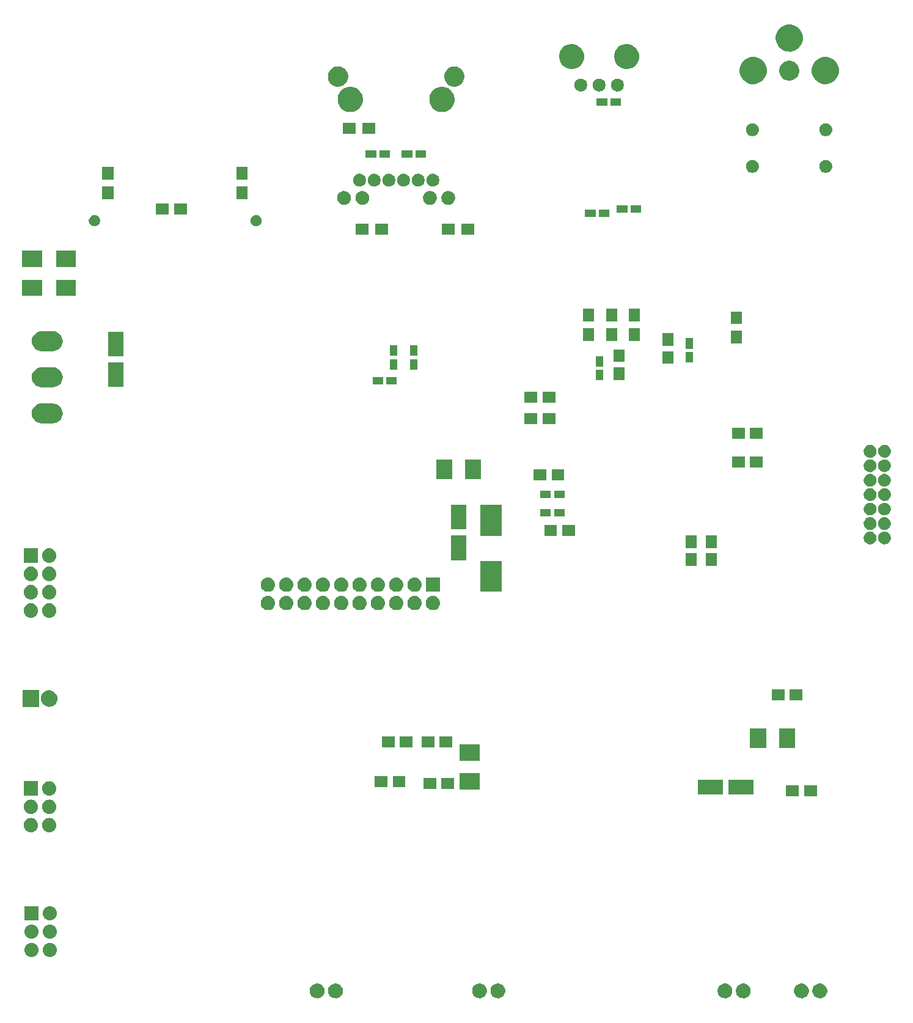
<source format=gbs>
G04 #@! TF.FileFunction,Soldermask,Bot*
%FSLAX46Y46*%
G04 Gerber Fmt 4.6, Leading zero omitted, Abs format (unit mm)*
G04 Created by KiCad (PCBNEW 4.0.2+dfsg1-stable) date sø. 02. april 2017 kl. 18.17 +0200*
%MOMM*%
G01*
G04 APERTURE LIST*
%ADD10C,0.100000*%
G04 APERTURE END LIST*
D10*
G36*
X82508185Y-160470684D02*
X82706055Y-160511301D01*
X82892263Y-160589575D01*
X83059727Y-160702531D01*
X83202056Y-160845857D01*
X83313841Y-161014106D01*
X83390811Y-161200852D01*
X83429979Y-161398660D01*
X83429979Y-161398674D01*
X83430044Y-161399003D01*
X83426823Y-161629718D01*
X83426747Y-161630052D01*
X83426747Y-161630064D01*
X83382075Y-161826691D01*
X83299916Y-162011223D01*
X83183481Y-162176280D01*
X83037198Y-162315583D01*
X82866653Y-162423813D01*
X82678328Y-162496861D01*
X82479405Y-162531936D01*
X82277456Y-162527706D01*
X82080168Y-162484329D01*
X81895072Y-162403463D01*
X81729205Y-162288182D01*
X81588886Y-162142878D01*
X81479467Y-161973093D01*
X81405108Y-161785283D01*
X81368643Y-161586602D01*
X81371464Y-161384630D01*
X81413460Y-161187053D01*
X81493035Y-161001391D01*
X81607155Y-160834724D01*
X81751475Y-160693394D01*
X81920495Y-160582791D01*
X82107781Y-160507123D01*
X82306193Y-160469273D01*
X82508185Y-160470684D01*
X82508185Y-160470684D01*
G37*
G36*
X85048185Y-160470684D02*
X85246055Y-160511301D01*
X85432263Y-160589575D01*
X85599727Y-160702531D01*
X85742056Y-160845857D01*
X85853841Y-161014106D01*
X85930811Y-161200852D01*
X85969979Y-161398660D01*
X85969979Y-161398674D01*
X85970044Y-161399003D01*
X85966823Y-161629718D01*
X85966747Y-161630052D01*
X85966747Y-161630064D01*
X85922075Y-161826691D01*
X85839916Y-162011223D01*
X85723481Y-162176280D01*
X85577198Y-162315583D01*
X85406653Y-162423813D01*
X85218328Y-162496861D01*
X85019405Y-162531936D01*
X84817456Y-162527706D01*
X84620168Y-162484329D01*
X84435072Y-162403463D01*
X84269205Y-162288182D01*
X84128886Y-162142878D01*
X84019467Y-161973093D01*
X83945108Y-161785283D01*
X83908643Y-161586602D01*
X83911464Y-161384630D01*
X83953460Y-161187053D01*
X84033035Y-161001391D01*
X84147155Y-160834724D01*
X84291475Y-160693394D01*
X84460495Y-160582791D01*
X84647781Y-160507123D01*
X84846193Y-160469273D01*
X85048185Y-160470684D01*
X85048185Y-160470684D01*
G37*
G36*
X105008185Y-160470684D02*
X105206055Y-160511301D01*
X105392263Y-160589575D01*
X105559727Y-160702531D01*
X105702056Y-160845857D01*
X105813841Y-161014106D01*
X105890811Y-161200852D01*
X105929979Y-161398660D01*
X105929979Y-161398674D01*
X105930044Y-161399003D01*
X105926823Y-161629718D01*
X105926747Y-161630052D01*
X105926747Y-161630064D01*
X105882075Y-161826691D01*
X105799916Y-162011223D01*
X105683481Y-162176280D01*
X105537198Y-162315583D01*
X105366653Y-162423813D01*
X105178328Y-162496861D01*
X104979405Y-162531936D01*
X104777456Y-162527706D01*
X104580168Y-162484329D01*
X104395072Y-162403463D01*
X104229205Y-162288182D01*
X104088886Y-162142878D01*
X103979467Y-161973093D01*
X103905108Y-161785283D01*
X103868643Y-161586602D01*
X103871464Y-161384630D01*
X103913460Y-161187053D01*
X103993035Y-161001391D01*
X104107155Y-160834724D01*
X104251475Y-160693394D01*
X104420495Y-160582791D01*
X104607781Y-160507123D01*
X104806193Y-160469273D01*
X105008185Y-160470684D01*
X105008185Y-160470684D01*
G37*
G36*
X107548185Y-160470684D02*
X107746055Y-160511301D01*
X107932263Y-160589575D01*
X108099727Y-160702531D01*
X108242056Y-160845857D01*
X108353841Y-161014106D01*
X108430811Y-161200852D01*
X108469979Y-161398660D01*
X108469979Y-161398674D01*
X108470044Y-161399003D01*
X108466823Y-161629718D01*
X108466747Y-161630052D01*
X108466747Y-161630064D01*
X108422075Y-161826691D01*
X108339916Y-162011223D01*
X108223481Y-162176280D01*
X108077198Y-162315583D01*
X107906653Y-162423813D01*
X107718328Y-162496861D01*
X107519405Y-162531936D01*
X107317456Y-162527706D01*
X107120168Y-162484329D01*
X106935072Y-162403463D01*
X106769205Y-162288182D01*
X106628886Y-162142878D01*
X106519467Y-161973093D01*
X106445108Y-161785283D01*
X106408643Y-161586602D01*
X106411464Y-161384630D01*
X106453460Y-161187053D01*
X106533035Y-161001391D01*
X106647155Y-160834724D01*
X106791475Y-160693394D01*
X106960495Y-160582791D01*
X107147781Y-160507123D01*
X107346193Y-160469273D01*
X107548185Y-160470684D01*
X107548185Y-160470684D01*
G37*
G36*
X139008185Y-160470684D02*
X139206055Y-160511301D01*
X139392263Y-160589575D01*
X139559727Y-160702531D01*
X139702056Y-160845857D01*
X139813841Y-161014106D01*
X139890811Y-161200852D01*
X139929979Y-161398660D01*
X139929979Y-161398674D01*
X139930044Y-161399003D01*
X139926823Y-161629718D01*
X139926747Y-161630052D01*
X139926747Y-161630064D01*
X139882075Y-161826691D01*
X139799916Y-162011223D01*
X139683481Y-162176280D01*
X139537198Y-162315583D01*
X139366653Y-162423813D01*
X139178328Y-162496861D01*
X138979405Y-162531936D01*
X138777456Y-162527706D01*
X138580168Y-162484329D01*
X138395072Y-162403463D01*
X138229205Y-162288182D01*
X138088886Y-162142878D01*
X137979467Y-161973093D01*
X137905108Y-161785283D01*
X137868643Y-161586602D01*
X137871464Y-161384630D01*
X137913460Y-161187053D01*
X137993035Y-161001391D01*
X138107155Y-160834724D01*
X138251475Y-160693394D01*
X138420495Y-160582791D01*
X138607781Y-160507123D01*
X138806193Y-160469273D01*
X139008185Y-160470684D01*
X139008185Y-160470684D01*
G37*
G36*
X149608185Y-160470684D02*
X149806055Y-160511301D01*
X149992263Y-160589575D01*
X150159727Y-160702531D01*
X150302056Y-160845857D01*
X150413841Y-161014106D01*
X150490811Y-161200852D01*
X150529979Y-161398660D01*
X150529979Y-161398674D01*
X150530044Y-161399003D01*
X150526823Y-161629718D01*
X150526747Y-161630052D01*
X150526747Y-161630064D01*
X150482075Y-161826691D01*
X150399916Y-162011223D01*
X150283481Y-162176280D01*
X150137198Y-162315583D01*
X149966653Y-162423813D01*
X149778328Y-162496861D01*
X149579405Y-162531936D01*
X149377456Y-162527706D01*
X149180168Y-162484329D01*
X148995072Y-162403463D01*
X148829205Y-162288182D01*
X148688886Y-162142878D01*
X148579467Y-161973093D01*
X148505108Y-161785283D01*
X148468643Y-161586602D01*
X148471464Y-161384630D01*
X148513460Y-161187053D01*
X148593035Y-161001391D01*
X148707155Y-160834724D01*
X148851475Y-160693394D01*
X149020495Y-160582791D01*
X149207781Y-160507123D01*
X149406193Y-160469273D01*
X149608185Y-160470684D01*
X149608185Y-160470684D01*
G37*
G36*
X141548185Y-160470684D02*
X141746055Y-160511301D01*
X141932263Y-160589575D01*
X142099727Y-160702531D01*
X142242056Y-160845857D01*
X142353841Y-161014106D01*
X142430811Y-161200852D01*
X142469979Y-161398660D01*
X142469979Y-161398674D01*
X142470044Y-161399003D01*
X142466823Y-161629718D01*
X142466747Y-161630052D01*
X142466747Y-161630064D01*
X142422075Y-161826691D01*
X142339916Y-162011223D01*
X142223481Y-162176280D01*
X142077198Y-162315583D01*
X141906653Y-162423813D01*
X141718328Y-162496861D01*
X141519405Y-162531936D01*
X141317456Y-162527706D01*
X141120168Y-162484329D01*
X140935072Y-162403463D01*
X140769205Y-162288182D01*
X140628886Y-162142878D01*
X140519467Y-161973093D01*
X140445108Y-161785283D01*
X140408643Y-161586602D01*
X140411464Y-161384630D01*
X140453460Y-161187053D01*
X140533035Y-161001391D01*
X140647155Y-160834724D01*
X140791475Y-160693394D01*
X140960495Y-160582791D01*
X141147781Y-160507123D01*
X141346193Y-160469273D01*
X141548185Y-160470684D01*
X141548185Y-160470684D01*
G37*
G36*
X152148185Y-160470684D02*
X152346055Y-160511301D01*
X152532263Y-160589575D01*
X152699727Y-160702531D01*
X152842056Y-160845857D01*
X152953841Y-161014106D01*
X153030811Y-161200852D01*
X153069979Y-161398660D01*
X153069979Y-161398674D01*
X153070044Y-161399003D01*
X153066823Y-161629718D01*
X153066747Y-161630052D01*
X153066747Y-161630064D01*
X153022075Y-161826691D01*
X152939916Y-162011223D01*
X152823481Y-162176280D01*
X152677198Y-162315583D01*
X152506653Y-162423813D01*
X152318328Y-162496861D01*
X152119405Y-162531936D01*
X151917456Y-162527706D01*
X151720168Y-162484329D01*
X151535072Y-162403463D01*
X151369205Y-162288182D01*
X151228886Y-162142878D01*
X151119467Y-161973093D01*
X151045108Y-161785283D01*
X151008643Y-161586602D01*
X151011464Y-161384630D01*
X151053460Y-161187053D01*
X151133035Y-161001391D01*
X151247155Y-160834724D01*
X151391475Y-160693394D01*
X151560495Y-160582791D01*
X151747781Y-160507123D01*
X151946193Y-160469273D01*
X152148185Y-160470684D01*
X152148185Y-160470684D01*
G37*
G36*
X43029741Y-154861878D02*
X43029754Y-154861882D01*
X43029791Y-154861886D01*
X43215035Y-154919229D01*
X43385614Y-155011460D01*
X43535029Y-155135067D01*
X43657591Y-155285342D01*
X43748629Y-155456560D01*
X43804677Y-155642201D01*
X43823600Y-155835192D01*
X43823600Y-155844808D01*
X43823503Y-155858681D01*
X43801887Y-156051389D01*
X43743253Y-156236229D01*
X43649833Y-156406159D01*
X43525185Y-156554708D01*
X43374059Y-156676217D01*
X43202209Y-156766058D01*
X43016182Y-156820809D01*
X43016148Y-156820812D01*
X43016135Y-156820816D01*
X42823065Y-156838387D01*
X42630259Y-156818122D01*
X42630246Y-156818118D01*
X42630209Y-156818114D01*
X42444965Y-156760771D01*
X42274386Y-156668540D01*
X42124971Y-156544933D01*
X42002409Y-156394658D01*
X41911371Y-156223440D01*
X41855323Y-156037799D01*
X41836400Y-155844808D01*
X41836400Y-155835192D01*
X41836497Y-155821319D01*
X41858113Y-155628611D01*
X41916747Y-155443771D01*
X42010167Y-155273841D01*
X42134815Y-155125292D01*
X42285941Y-155003783D01*
X42457791Y-154913942D01*
X42643818Y-154859191D01*
X42643852Y-154859188D01*
X42643865Y-154859184D01*
X42836935Y-154841613D01*
X43029741Y-154861878D01*
X43029741Y-154861878D01*
G37*
G36*
X45569741Y-154861878D02*
X45569754Y-154861882D01*
X45569791Y-154861886D01*
X45755035Y-154919229D01*
X45925614Y-155011460D01*
X46075029Y-155135067D01*
X46197591Y-155285342D01*
X46288629Y-155456560D01*
X46344677Y-155642201D01*
X46363600Y-155835192D01*
X46363600Y-155844808D01*
X46363503Y-155858681D01*
X46341887Y-156051389D01*
X46283253Y-156236229D01*
X46189833Y-156406159D01*
X46065185Y-156554708D01*
X45914059Y-156676217D01*
X45742209Y-156766058D01*
X45556182Y-156820809D01*
X45556148Y-156820812D01*
X45556135Y-156820816D01*
X45363065Y-156838387D01*
X45170259Y-156818122D01*
X45170246Y-156818118D01*
X45170209Y-156818114D01*
X44984965Y-156760771D01*
X44814386Y-156668540D01*
X44664971Y-156544933D01*
X44542409Y-156394658D01*
X44451371Y-156223440D01*
X44395323Y-156037799D01*
X44376400Y-155844808D01*
X44376400Y-155835192D01*
X44376497Y-155821319D01*
X44398113Y-155628611D01*
X44456747Y-155443771D01*
X44550167Y-155273841D01*
X44674815Y-155125292D01*
X44825941Y-155003783D01*
X44997791Y-154913942D01*
X45183818Y-154859191D01*
X45183852Y-154859188D01*
X45183865Y-154859184D01*
X45376935Y-154841613D01*
X45569741Y-154861878D01*
X45569741Y-154861878D01*
G37*
G36*
X43029741Y-152321878D02*
X43029754Y-152321882D01*
X43029791Y-152321886D01*
X43215035Y-152379229D01*
X43385614Y-152471460D01*
X43535029Y-152595067D01*
X43657591Y-152745342D01*
X43748629Y-152916560D01*
X43804677Y-153102201D01*
X43823600Y-153295192D01*
X43823600Y-153304808D01*
X43823503Y-153318681D01*
X43801887Y-153511389D01*
X43743253Y-153696229D01*
X43649833Y-153866159D01*
X43525185Y-154014708D01*
X43374059Y-154136217D01*
X43202209Y-154226058D01*
X43016182Y-154280809D01*
X43016148Y-154280812D01*
X43016135Y-154280816D01*
X42823065Y-154298387D01*
X42630259Y-154278122D01*
X42630246Y-154278118D01*
X42630209Y-154278114D01*
X42444965Y-154220771D01*
X42274386Y-154128540D01*
X42124971Y-154004933D01*
X42002409Y-153854658D01*
X41911371Y-153683440D01*
X41855323Y-153497799D01*
X41836400Y-153304808D01*
X41836400Y-153295192D01*
X41836497Y-153281319D01*
X41858113Y-153088611D01*
X41916747Y-152903771D01*
X42010167Y-152733841D01*
X42134815Y-152585292D01*
X42285941Y-152463783D01*
X42457791Y-152373942D01*
X42643818Y-152319191D01*
X42643852Y-152319188D01*
X42643865Y-152319184D01*
X42836935Y-152301613D01*
X43029741Y-152321878D01*
X43029741Y-152321878D01*
G37*
G36*
X45569741Y-152321878D02*
X45569754Y-152321882D01*
X45569791Y-152321886D01*
X45755035Y-152379229D01*
X45925614Y-152471460D01*
X46075029Y-152595067D01*
X46197591Y-152745342D01*
X46288629Y-152916560D01*
X46344677Y-153102201D01*
X46363600Y-153295192D01*
X46363600Y-153304808D01*
X46363503Y-153318681D01*
X46341887Y-153511389D01*
X46283253Y-153696229D01*
X46189833Y-153866159D01*
X46065185Y-154014708D01*
X45914059Y-154136217D01*
X45742209Y-154226058D01*
X45556182Y-154280809D01*
X45556148Y-154280812D01*
X45556135Y-154280816D01*
X45363065Y-154298387D01*
X45170259Y-154278122D01*
X45170246Y-154278118D01*
X45170209Y-154278114D01*
X44984965Y-154220771D01*
X44814386Y-154128540D01*
X44664971Y-154004933D01*
X44542409Y-153854658D01*
X44451371Y-153683440D01*
X44395323Y-153497799D01*
X44376400Y-153304808D01*
X44376400Y-153295192D01*
X44376497Y-153281319D01*
X44398113Y-153088611D01*
X44456747Y-152903771D01*
X44550167Y-152733841D01*
X44674815Y-152585292D01*
X44825941Y-152463783D01*
X44997791Y-152373942D01*
X45183818Y-152319191D01*
X45183852Y-152319188D01*
X45183865Y-152319184D01*
X45376935Y-152301613D01*
X45569741Y-152321878D01*
X45569741Y-152321878D01*
G37*
G36*
X45569741Y-149781878D02*
X45569754Y-149781882D01*
X45569791Y-149781886D01*
X45755035Y-149839229D01*
X45925614Y-149931460D01*
X46075029Y-150055067D01*
X46197591Y-150205342D01*
X46288629Y-150376560D01*
X46344677Y-150562201D01*
X46363600Y-150755192D01*
X46363600Y-150764808D01*
X46363503Y-150778681D01*
X46341887Y-150971389D01*
X46283253Y-151156229D01*
X46189833Y-151326159D01*
X46065185Y-151474708D01*
X45914059Y-151596217D01*
X45742209Y-151686058D01*
X45556182Y-151740809D01*
X45556148Y-151740812D01*
X45556135Y-151740816D01*
X45363065Y-151758387D01*
X45170259Y-151738122D01*
X45170246Y-151738118D01*
X45170209Y-151738114D01*
X44984965Y-151680771D01*
X44814386Y-151588540D01*
X44664971Y-151464933D01*
X44542409Y-151314658D01*
X44451371Y-151143440D01*
X44395323Y-150957799D01*
X44376400Y-150764808D01*
X44376400Y-150755192D01*
X44376497Y-150741319D01*
X44398113Y-150548611D01*
X44456747Y-150363771D01*
X44550167Y-150193841D01*
X44674815Y-150045292D01*
X44825941Y-149923783D01*
X44997791Y-149833942D01*
X45183818Y-149779191D01*
X45183852Y-149779188D01*
X45183865Y-149779184D01*
X45376935Y-149761613D01*
X45569741Y-149781878D01*
X45569741Y-149781878D01*
G37*
G36*
X43823600Y-151753600D02*
X41836400Y-151753600D01*
X41836400Y-149766400D01*
X43823600Y-149766400D01*
X43823600Y-151753600D01*
X43823600Y-151753600D01*
G37*
G36*
X45469741Y-137561878D02*
X45469754Y-137561882D01*
X45469791Y-137561886D01*
X45655035Y-137619229D01*
X45825614Y-137711460D01*
X45975029Y-137835067D01*
X46097591Y-137985342D01*
X46188629Y-138156560D01*
X46244677Y-138342201D01*
X46263600Y-138535192D01*
X46263600Y-138544808D01*
X46263503Y-138558681D01*
X46241887Y-138751389D01*
X46183253Y-138936229D01*
X46089833Y-139106159D01*
X45965185Y-139254708D01*
X45814059Y-139376217D01*
X45642209Y-139466058D01*
X45456182Y-139520809D01*
X45456148Y-139520812D01*
X45456135Y-139520816D01*
X45263065Y-139538387D01*
X45070259Y-139518122D01*
X45070246Y-139518118D01*
X45070209Y-139518114D01*
X44884965Y-139460771D01*
X44714386Y-139368540D01*
X44564971Y-139244933D01*
X44442409Y-139094658D01*
X44351371Y-138923440D01*
X44295323Y-138737799D01*
X44276400Y-138544808D01*
X44276400Y-138535192D01*
X44276497Y-138521319D01*
X44298113Y-138328611D01*
X44356747Y-138143771D01*
X44450167Y-137973841D01*
X44574815Y-137825292D01*
X44725941Y-137703783D01*
X44897791Y-137613942D01*
X45083818Y-137559191D01*
X45083852Y-137559188D01*
X45083865Y-137559184D01*
X45276935Y-137541613D01*
X45469741Y-137561878D01*
X45469741Y-137561878D01*
G37*
G36*
X42929741Y-137561878D02*
X42929754Y-137561882D01*
X42929791Y-137561886D01*
X43115035Y-137619229D01*
X43285614Y-137711460D01*
X43435029Y-137835067D01*
X43557591Y-137985342D01*
X43648629Y-138156560D01*
X43704677Y-138342201D01*
X43723600Y-138535192D01*
X43723600Y-138544808D01*
X43723503Y-138558681D01*
X43701887Y-138751389D01*
X43643253Y-138936229D01*
X43549833Y-139106159D01*
X43425185Y-139254708D01*
X43274059Y-139376217D01*
X43102209Y-139466058D01*
X42916182Y-139520809D01*
X42916148Y-139520812D01*
X42916135Y-139520816D01*
X42723065Y-139538387D01*
X42530259Y-139518122D01*
X42530246Y-139518118D01*
X42530209Y-139518114D01*
X42344965Y-139460771D01*
X42174386Y-139368540D01*
X42024971Y-139244933D01*
X41902409Y-139094658D01*
X41811371Y-138923440D01*
X41755323Y-138737799D01*
X41736400Y-138544808D01*
X41736400Y-138535192D01*
X41736497Y-138521319D01*
X41758113Y-138328611D01*
X41816747Y-138143771D01*
X41910167Y-137973841D01*
X42034815Y-137825292D01*
X42185941Y-137703783D01*
X42357791Y-137613942D01*
X42543818Y-137559191D01*
X42543852Y-137559188D01*
X42543865Y-137559184D01*
X42736935Y-137541613D01*
X42929741Y-137561878D01*
X42929741Y-137561878D01*
G37*
G36*
X45469741Y-135021878D02*
X45469754Y-135021882D01*
X45469791Y-135021886D01*
X45655035Y-135079229D01*
X45825614Y-135171460D01*
X45975029Y-135295067D01*
X46097591Y-135445342D01*
X46188629Y-135616560D01*
X46244677Y-135802201D01*
X46263600Y-135995192D01*
X46263600Y-136004808D01*
X46263503Y-136018681D01*
X46241887Y-136211389D01*
X46183253Y-136396229D01*
X46089833Y-136566159D01*
X45965185Y-136714708D01*
X45814059Y-136836217D01*
X45642209Y-136926058D01*
X45456182Y-136980809D01*
X45456148Y-136980812D01*
X45456135Y-136980816D01*
X45263065Y-136998387D01*
X45070259Y-136978122D01*
X45070246Y-136978118D01*
X45070209Y-136978114D01*
X44884965Y-136920771D01*
X44714386Y-136828540D01*
X44564971Y-136704933D01*
X44442409Y-136554658D01*
X44351371Y-136383440D01*
X44295323Y-136197799D01*
X44276400Y-136004808D01*
X44276400Y-135995192D01*
X44276497Y-135981319D01*
X44298113Y-135788611D01*
X44356747Y-135603771D01*
X44450167Y-135433841D01*
X44574815Y-135285292D01*
X44725941Y-135163783D01*
X44897791Y-135073942D01*
X45083818Y-135019191D01*
X45083852Y-135019188D01*
X45083865Y-135019184D01*
X45276935Y-135001613D01*
X45469741Y-135021878D01*
X45469741Y-135021878D01*
G37*
G36*
X42929741Y-135021878D02*
X42929754Y-135021882D01*
X42929791Y-135021886D01*
X43115035Y-135079229D01*
X43285614Y-135171460D01*
X43435029Y-135295067D01*
X43557591Y-135445342D01*
X43648629Y-135616560D01*
X43704677Y-135802201D01*
X43723600Y-135995192D01*
X43723600Y-136004808D01*
X43723503Y-136018681D01*
X43701887Y-136211389D01*
X43643253Y-136396229D01*
X43549833Y-136566159D01*
X43425185Y-136714708D01*
X43274059Y-136836217D01*
X43102209Y-136926058D01*
X42916182Y-136980809D01*
X42916148Y-136980812D01*
X42916135Y-136980816D01*
X42723065Y-136998387D01*
X42530259Y-136978122D01*
X42530246Y-136978118D01*
X42530209Y-136978114D01*
X42344965Y-136920771D01*
X42174386Y-136828540D01*
X42024971Y-136704933D01*
X41902409Y-136554658D01*
X41811371Y-136383440D01*
X41755323Y-136197799D01*
X41736400Y-136004808D01*
X41736400Y-135995192D01*
X41736497Y-135981319D01*
X41758113Y-135788611D01*
X41816747Y-135603771D01*
X41910167Y-135433841D01*
X42034815Y-135285292D01*
X42185941Y-135163783D01*
X42357791Y-135073942D01*
X42543818Y-135019191D01*
X42543852Y-135019188D01*
X42543865Y-135019184D01*
X42736935Y-135001613D01*
X42929741Y-135021878D01*
X42929741Y-135021878D01*
G37*
G36*
X149130000Y-134505000D02*
X147370000Y-134505000D01*
X147370000Y-132995000D01*
X149130000Y-132995000D01*
X149130000Y-134505000D01*
X149130000Y-134505000D01*
G37*
G36*
X151630000Y-134505000D02*
X149870000Y-134505000D01*
X149870000Y-132995000D01*
X151630000Y-132995000D01*
X151630000Y-134505000D01*
X151630000Y-134505000D01*
G37*
G36*
X45469741Y-132481878D02*
X45469754Y-132481882D01*
X45469791Y-132481886D01*
X45655035Y-132539229D01*
X45825614Y-132631460D01*
X45975029Y-132755067D01*
X46097591Y-132905342D01*
X46188629Y-133076560D01*
X46244677Y-133262201D01*
X46263600Y-133455192D01*
X46263600Y-133464808D01*
X46263503Y-133478681D01*
X46241887Y-133671389D01*
X46183253Y-133856229D01*
X46089833Y-134026159D01*
X45965185Y-134174708D01*
X45814059Y-134296217D01*
X45642209Y-134386058D01*
X45456182Y-134440809D01*
X45456148Y-134440812D01*
X45456135Y-134440816D01*
X45263065Y-134458387D01*
X45070259Y-134438122D01*
X45070246Y-134438118D01*
X45070209Y-134438114D01*
X44884965Y-134380771D01*
X44714386Y-134288540D01*
X44564971Y-134164933D01*
X44442409Y-134014658D01*
X44351371Y-133843440D01*
X44295323Y-133657799D01*
X44276400Y-133464808D01*
X44276400Y-133455192D01*
X44276497Y-133441319D01*
X44298113Y-133248611D01*
X44356747Y-133063771D01*
X44450167Y-132893841D01*
X44574815Y-132745292D01*
X44725941Y-132623783D01*
X44897791Y-132533942D01*
X45083818Y-132479191D01*
X45083852Y-132479188D01*
X45083865Y-132479184D01*
X45276935Y-132461613D01*
X45469741Y-132481878D01*
X45469741Y-132481878D01*
G37*
G36*
X43723600Y-134453600D02*
X41736400Y-134453600D01*
X41736400Y-132466400D01*
X43723600Y-132466400D01*
X43723600Y-134453600D01*
X43723600Y-134453600D01*
G37*
G36*
X142830780Y-134280430D02*
X139421180Y-134280430D01*
X139421180Y-132219570D01*
X142830780Y-132219570D01*
X142830780Y-134280430D01*
X142830780Y-134280430D01*
G37*
G36*
X138578820Y-134280430D02*
X135169220Y-134280430D01*
X135169220Y-132219570D01*
X138578820Y-132219570D01*
X138578820Y-134280430D01*
X138578820Y-134280430D01*
G37*
G36*
X104880000Y-133630000D02*
X102120000Y-133630000D01*
X102120000Y-131370000D01*
X104880000Y-131370000D01*
X104880000Y-133630000D01*
X104880000Y-133630000D01*
G37*
G36*
X101380000Y-133505000D02*
X99620000Y-133505000D01*
X99620000Y-131995000D01*
X101380000Y-131995000D01*
X101380000Y-133505000D01*
X101380000Y-133505000D01*
G37*
G36*
X98880000Y-133505000D02*
X97120000Y-133505000D01*
X97120000Y-131995000D01*
X98880000Y-131995000D01*
X98880000Y-133505000D01*
X98880000Y-133505000D01*
G37*
G36*
X94630000Y-133255000D02*
X92870000Y-133255000D01*
X92870000Y-131745000D01*
X94630000Y-131745000D01*
X94630000Y-133255000D01*
X94630000Y-133255000D01*
G37*
G36*
X92130000Y-133255000D02*
X90370000Y-133255000D01*
X90370000Y-131745000D01*
X92130000Y-131745000D01*
X92130000Y-133255000D01*
X92130000Y-133255000D01*
G37*
G36*
X104880000Y-129630000D02*
X102120000Y-129630000D01*
X102120000Y-127370000D01*
X104880000Y-127370000D01*
X104880000Y-129630000D01*
X104880000Y-129630000D01*
G37*
G36*
X144630000Y-127880000D02*
X142370000Y-127880000D01*
X142370000Y-125120000D01*
X144630000Y-125120000D01*
X144630000Y-127880000D01*
X144630000Y-127880000D01*
G37*
G36*
X148630000Y-127880000D02*
X146370000Y-127880000D01*
X146370000Y-125120000D01*
X148630000Y-125120000D01*
X148630000Y-127880000D01*
X148630000Y-127880000D01*
G37*
G36*
X101130000Y-127755000D02*
X99370000Y-127755000D01*
X99370000Y-126245000D01*
X101130000Y-126245000D01*
X101130000Y-127755000D01*
X101130000Y-127755000D01*
G37*
G36*
X93130000Y-127755000D02*
X91370000Y-127755000D01*
X91370000Y-126245000D01*
X93130000Y-126245000D01*
X93130000Y-127755000D01*
X93130000Y-127755000D01*
G37*
G36*
X98630000Y-127755000D02*
X96870000Y-127755000D01*
X96870000Y-126245000D01*
X98630000Y-126245000D01*
X98630000Y-127755000D01*
X98630000Y-127755000D01*
G37*
G36*
X95630000Y-127755000D02*
X93870000Y-127755000D01*
X93870000Y-126245000D01*
X95630000Y-126245000D01*
X95630000Y-127755000D01*
X95630000Y-127755000D01*
G37*
G36*
X45283868Y-119854058D02*
X45291546Y-119854112D01*
X45513812Y-119879043D01*
X45727002Y-119946671D01*
X45922997Y-120054420D01*
X46094331Y-120198186D01*
X46234477Y-120372493D01*
X46338098Y-120570701D01*
X46401246Y-120785261D01*
X46401249Y-120785295D01*
X46401253Y-120785308D01*
X46421520Y-121007999D01*
X46398146Y-121230386D01*
X46398142Y-121230400D01*
X46398138Y-121230435D01*
X46332000Y-121444093D01*
X46225622Y-121640835D01*
X46083056Y-121813168D01*
X45909732Y-121954528D01*
X45712252Y-122059530D01*
X45498138Y-122124175D01*
X45275545Y-122146000D01*
X45264420Y-122146000D01*
X45256132Y-122145942D01*
X45248454Y-122145888D01*
X45026188Y-122120957D01*
X44812998Y-122053329D01*
X44617003Y-121945580D01*
X44445669Y-121801814D01*
X44305523Y-121627507D01*
X44201902Y-121429299D01*
X44138754Y-121214739D01*
X44138751Y-121214705D01*
X44138747Y-121214692D01*
X44118480Y-120992001D01*
X44141854Y-120769614D01*
X44141858Y-120769600D01*
X44141862Y-120769565D01*
X44208000Y-120555907D01*
X44314378Y-120359165D01*
X44456944Y-120186832D01*
X44630268Y-120045472D01*
X44827748Y-119940470D01*
X45041862Y-119875825D01*
X45264455Y-119854000D01*
X45275580Y-119854000D01*
X45283868Y-119854058D01*
X45283868Y-119854058D01*
G37*
G36*
X43876000Y-122146000D02*
X41584000Y-122146000D01*
X41584000Y-119854000D01*
X43876000Y-119854000D01*
X43876000Y-122146000D01*
X43876000Y-122146000D01*
G37*
G36*
X147130000Y-121255000D02*
X145370000Y-121255000D01*
X145370000Y-119745000D01*
X147130000Y-119745000D01*
X147130000Y-121255000D01*
X147130000Y-121255000D01*
G37*
G36*
X149630000Y-121255000D02*
X147870000Y-121255000D01*
X147870000Y-119745000D01*
X149630000Y-119745000D01*
X149630000Y-121255000D01*
X149630000Y-121255000D01*
G37*
G36*
X42929741Y-107831878D02*
X42929754Y-107831882D01*
X42929791Y-107831886D01*
X43115035Y-107889229D01*
X43285614Y-107981460D01*
X43435029Y-108105067D01*
X43557591Y-108255342D01*
X43648629Y-108426560D01*
X43704677Y-108612201D01*
X43723600Y-108805192D01*
X43723600Y-108814808D01*
X43723503Y-108828681D01*
X43701887Y-109021389D01*
X43643253Y-109206229D01*
X43549833Y-109376159D01*
X43425185Y-109524708D01*
X43274059Y-109646217D01*
X43102209Y-109736058D01*
X42916182Y-109790809D01*
X42916148Y-109790812D01*
X42916135Y-109790816D01*
X42723065Y-109808387D01*
X42530259Y-109788122D01*
X42530246Y-109788118D01*
X42530209Y-109788114D01*
X42344965Y-109730771D01*
X42174386Y-109638540D01*
X42024971Y-109514933D01*
X41902409Y-109364658D01*
X41811371Y-109193440D01*
X41755323Y-109007799D01*
X41736400Y-108814808D01*
X41736400Y-108805192D01*
X41736497Y-108791319D01*
X41758113Y-108598611D01*
X41816747Y-108413771D01*
X41910167Y-108243841D01*
X42034815Y-108095292D01*
X42185941Y-107973783D01*
X42357791Y-107883942D01*
X42543818Y-107829191D01*
X42543852Y-107829188D01*
X42543865Y-107829184D01*
X42736935Y-107811613D01*
X42929741Y-107831878D01*
X42929741Y-107831878D01*
G37*
G36*
X45469741Y-107831878D02*
X45469754Y-107831882D01*
X45469791Y-107831886D01*
X45655035Y-107889229D01*
X45825614Y-107981460D01*
X45975029Y-108105067D01*
X46097591Y-108255342D01*
X46188629Y-108426560D01*
X46244677Y-108612201D01*
X46263600Y-108805192D01*
X46263600Y-108814808D01*
X46263503Y-108828681D01*
X46241887Y-109021389D01*
X46183253Y-109206229D01*
X46089833Y-109376159D01*
X45965185Y-109524708D01*
X45814059Y-109646217D01*
X45642209Y-109736058D01*
X45456182Y-109790809D01*
X45456148Y-109790812D01*
X45456135Y-109790816D01*
X45263065Y-109808387D01*
X45070259Y-109788122D01*
X45070246Y-109788118D01*
X45070209Y-109788114D01*
X44884965Y-109730771D01*
X44714386Y-109638540D01*
X44564971Y-109514933D01*
X44442409Y-109364658D01*
X44351371Y-109193440D01*
X44295323Y-109007799D01*
X44276400Y-108814808D01*
X44276400Y-108805192D01*
X44276497Y-108791319D01*
X44298113Y-108598611D01*
X44356747Y-108413771D01*
X44450167Y-108243841D01*
X44574815Y-108095292D01*
X44725941Y-107973783D01*
X44897791Y-107883942D01*
X45083818Y-107829191D01*
X45083852Y-107829188D01*
X45083865Y-107829184D01*
X45276935Y-107811613D01*
X45469741Y-107831878D01*
X45469741Y-107831878D01*
G37*
G36*
X75582266Y-106776452D02*
X75588681Y-106776497D01*
X75781389Y-106798113D01*
X75966229Y-106856747D01*
X76136159Y-106950167D01*
X76284708Y-107074815D01*
X76406217Y-107225941D01*
X76496058Y-107397791D01*
X76550809Y-107583818D01*
X76550812Y-107583852D01*
X76550816Y-107583865D01*
X76568387Y-107776935D01*
X76548122Y-107969741D01*
X76548118Y-107969754D01*
X76548114Y-107969791D01*
X76490771Y-108155035D01*
X76398540Y-108325614D01*
X76274933Y-108475029D01*
X76124658Y-108597591D01*
X75953440Y-108688629D01*
X75767799Y-108744677D01*
X75574808Y-108763600D01*
X75565157Y-108763600D01*
X75557734Y-108763548D01*
X75551319Y-108763503D01*
X75358611Y-108741887D01*
X75173771Y-108683253D01*
X75003841Y-108589833D01*
X74855292Y-108465185D01*
X74733783Y-108314059D01*
X74643942Y-108142209D01*
X74589191Y-107956182D01*
X74589188Y-107956148D01*
X74589184Y-107956135D01*
X74571613Y-107763065D01*
X74591878Y-107570259D01*
X74591882Y-107570246D01*
X74591886Y-107570209D01*
X74649229Y-107384965D01*
X74741460Y-107214386D01*
X74865067Y-107064971D01*
X75015342Y-106942409D01*
X75186560Y-106851371D01*
X75372201Y-106795323D01*
X75565192Y-106776400D01*
X75574843Y-106776400D01*
X75582266Y-106776452D01*
X75582266Y-106776452D01*
G37*
G36*
X78122266Y-106776452D02*
X78128681Y-106776497D01*
X78321389Y-106798113D01*
X78506229Y-106856747D01*
X78676159Y-106950167D01*
X78824708Y-107074815D01*
X78946217Y-107225941D01*
X79036058Y-107397791D01*
X79090809Y-107583818D01*
X79090812Y-107583852D01*
X79090816Y-107583865D01*
X79108387Y-107776935D01*
X79088122Y-107969741D01*
X79088118Y-107969754D01*
X79088114Y-107969791D01*
X79030771Y-108155035D01*
X78938540Y-108325614D01*
X78814933Y-108475029D01*
X78664658Y-108597591D01*
X78493440Y-108688629D01*
X78307799Y-108744677D01*
X78114808Y-108763600D01*
X78105157Y-108763600D01*
X78097734Y-108763548D01*
X78091319Y-108763503D01*
X77898611Y-108741887D01*
X77713771Y-108683253D01*
X77543841Y-108589833D01*
X77395292Y-108465185D01*
X77273783Y-108314059D01*
X77183942Y-108142209D01*
X77129191Y-107956182D01*
X77129188Y-107956148D01*
X77129184Y-107956135D01*
X77111613Y-107763065D01*
X77131878Y-107570259D01*
X77131882Y-107570246D01*
X77131886Y-107570209D01*
X77189229Y-107384965D01*
X77281460Y-107214386D01*
X77405067Y-107064971D01*
X77555342Y-106942409D01*
X77726560Y-106851371D01*
X77912201Y-106795323D01*
X78105192Y-106776400D01*
X78114843Y-106776400D01*
X78122266Y-106776452D01*
X78122266Y-106776452D01*
G37*
G36*
X80662266Y-106776452D02*
X80668681Y-106776497D01*
X80861389Y-106798113D01*
X81046229Y-106856747D01*
X81216159Y-106950167D01*
X81364708Y-107074815D01*
X81486217Y-107225941D01*
X81576058Y-107397791D01*
X81630809Y-107583818D01*
X81630812Y-107583852D01*
X81630816Y-107583865D01*
X81648387Y-107776935D01*
X81628122Y-107969741D01*
X81628118Y-107969754D01*
X81628114Y-107969791D01*
X81570771Y-108155035D01*
X81478540Y-108325614D01*
X81354933Y-108475029D01*
X81204658Y-108597591D01*
X81033440Y-108688629D01*
X80847799Y-108744677D01*
X80654808Y-108763600D01*
X80645157Y-108763600D01*
X80637734Y-108763548D01*
X80631319Y-108763503D01*
X80438611Y-108741887D01*
X80253771Y-108683253D01*
X80083841Y-108589833D01*
X79935292Y-108465185D01*
X79813783Y-108314059D01*
X79723942Y-108142209D01*
X79669191Y-107956182D01*
X79669188Y-107956148D01*
X79669184Y-107956135D01*
X79651613Y-107763065D01*
X79671878Y-107570259D01*
X79671882Y-107570246D01*
X79671886Y-107570209D01*
X79729229Y-107384965D01*
X79821460Y-107214386D01*
X79945067Y-107064971D01*
X80095342Y-106942409D01*
X80266560Y-106851371D01*
X80452201Y-106795323D01*
X80645192Y-106776400D01*
X80654843Y-106776400D01*
X80662266Y-106776452D01*
X80662266Y-106776452D01*
G37*
G36*
X83202266Y-106776452D02*
X83208681Y-106776497D01*
X83401389Y-106798113D01*
X83586229Y-106856747D01*
X83756159Y-106950167D01*
X83904708Y-107074815D01*
X84026217Y-107225941D01*
X84116058Y-107397791D01*
X84170809Y-107583818D01*
X84170812Y-107583852D01*
X84170816Y-107583865D01*
X84188387Y-107776935D01*
X84168122Y-107969741D01*
X84168118Y-107969754D01*
X84168114Y-107969791D01*
X84110771Y-108155035D01*
X84018540Y-108325614D01*
X83894933Y-108475029D01*
X83744658Y-108597591D01*
X83573440Y-108688629D01*
X83387799Y-108744677D01*
X83194808Y-108763600D01*
X83185157Y-108763600D01*
X83177734Y-108763548D01*
X83171319Y-108763503D01*
X82978611Y-108741887D01*
X82793771Y-108683253D01*
X82623841Y-108589833D01*
X82475292Y-108465185D01*
X82353783Y-108314059D01*
X82263942Y-108142209D01*
X82209191Y-107956182D01*
X82209188Y-107956148D01*
X82209184Y-107956135D01*
X82191613Y-107763065D01*
X82211878Y-107570259D01*
X82211882Y-107570246D01*
X82211886Y-107570209D01*
X82269229Y-107384965D01*
X82361460Y-107214386D01*
X82485067Y-107064971D01*
X82635342Y-106942409D01*
X82806560Y-106851371D01*
X82992201Y-106795323D01*
X83185192Y-106776400D01*
X83194843Y-106776400D01*
X83202266Y-106776452D01*
X83202266Y-106776452D01*
G37*
G36*
X85742266Y-106776452D02*
X85748681Y-106776497D01*
X85941389Y-106798113D01*
X86126229Y-106856747D01*
X86296159Y-106950167D01*
X86444708Y-107074815D01*
X86566217Y-107225941D01*
X86656058Y-107397791D01*
X86710809Y-107583818D01*
X86710812Y-107583852D01*
X86710816Y-107583865D01*
X86728387Y-107776935D01*
X86708122Y-107969741D01*
X86708118Y-107969754D01*
X86708114Y-107969791D01*
X86650771Y-108155035D01*
X86558540Y-108325614D01*
X86434933Y-108475029D01*
X86284658Y-108597591D01*
X86113440Y-108688629D01*
X85927799Y-108744677D01*
X85734808Y-108763600D01*
X85725157Y-108763600D01*
X85717734Y-108763548D01*
X85711319Y-108763503D01*
X85518611Y-108741887D01*
X85333771Y-108683253D01*
X85163841Y-108589833D01*
X85015292Y-108465185D01*
X84893783Y-108314059D01*
X84803942Y-108142209D01*
X84749191Y-107956182D01*
X84749188Y-107956148D01*
X84749184Y-107956135D01*
X84731613Y-107763065D01*
X84751878Y-107570259D01*
X84751882Y-107570246D01*
X84751886Y-107570209D01*
X84809229Y-107384965D01*
X84901460Y-107214386D01*
X85025067Y-107064971D01*
X85175342Y-106942409D01*
X85346560Y-106851371D01*
X85532201Y-106795323D01*
X85725192Y-106776400D01*
X85734843Y-106776400D01*
X85742266Y-106776452D01*
X85742266Y-106776452D01*
G37*
G36*
X90822266Y-106776452D02*
X90828681Y-106776497D01*
X91021389Y-106798113D01*
X91206229Y-106856747D01*
X91376159Y-106950167D01*
X91524708Y-107074815D01*
X91646217Y-107225941D01*
X91736058Y-107397791D01*
X91790809Y-107583818D01*
X91790812Y-107583852D01*
X91790816Y-107583865D01*
X91808387Y-107776935D01*
X91788122Y-107969741D01*
X91788118Y-107969754D01*
X91788114Y-107969791D01*
X91730771Y-108155035D01*
X91638540Y-108325614D01*
X91514933Y-108475029D01*
X91364658Y-108597591D01*
X91193440Y-108688629D01*
X91007799Y-108744677D01*
X90814808Y-108763600D01*
X90805157Y-108763600D01*
X90797734Y-108763548D01*
X90791319Y-108763503D01*
X90598611Y-108741887D01*
X90413771Y-108683253D01*
X90243841Y-108589833D01*
X90095292Y-108465185D01*
X89973783Y-108314059D01*
X89883942Y-108142209D01*
X89829191Y-107956182D01*
X89829188Y-107956148D01*
X89829184Y-107956135D01*
X89811613Y-107763065D01*
X89831878Y-107570259D01*
X89831882Y-107570246D01*
X89831886Y-107570209D01*
X89889229Y-107384965D01*
X89981460Y-107214386D01*
X90105067Y-107064971D01*
X90255342Y-106942409D01*
X90426560Y-106851371D01*
X90612201Y-106795323D01*
X90805192Y-106776400D01*
X90814843Y-106776400D01*
X90822266Y-106776452D01*
X90822266Y-106776452D01*
G37*
G36*
X88282266Y-106776452D02*
X88288681Y-106776497D01*
X88481389Y-106798113D01*
X88666229Y-106856747D01*
X88836159Y-106950167D01*
X88984708Y-107074815D01*
X89106217Y-107225941D01*
X89196058Y-107397791D01*
X89250809Y-107583818D01*
X89250812Y-107583852D01*
X89250816Y-107583865D01*
X89268387Y-107776935D01*
X89248122Y-107969741D01*
X89248118Y-107969754D01*
X89248114Y-107969791D01*
X89190771Y-108155035D01*
X89098540Y-108325614D01*
X88974933Y-108475029D01*
X88824658Y-108597591D01*
X88653440Y-108688629D01*
X88467799Y-108744677D01*
X88274808Y-108763600D01*
X88265157Y-108763600D01*
X88257734Y-108763548D01*
X88251319Y-108763503D01*
X88058611Y-108741887D01*
X87873771Y-108683253D01*
X87703841Y-108589833D01*
X87555292Y-108465185D01*
X87433783Y-108314059D01*
X87343942Y-108142209D01*
X87289191Y-107956182D01*
X87289188Y-107956148D01*
X87289184Y-107956135D01*
X87271613Y-107763065D01*
X87291878Y-107570259D01*
X87291882Y-107570246D01*
X87291886Y-107570209D01*
X87349229Y-107384965D01*
X87441460Y-107214386D01*
X87565067Y-107064971D01*
X87715342Y-106942409D01*
X87886560Y-106851371D01*
X88072201Y-106795323D01*
X88265192Y-106776400D01*
X88274843Y-106776400D01*
X88282266Y-106776452D01*
X88282266Y-106776452D01*
G37*
G36*
X93362266Y-106776452D02*
X93368681Y-106776497D01*
X93561389Y-106798113D01*
X93746229Y-106856747D01*
X93916159Y-106950167D01*
X94064708Y-107074815D01*
X94186217Y-107225941D01*
X94276058Y-107397791D01*
X94330809Y-107583818D01*
X94330812Y-107583852D01*
X94330816Y-107583865D01*
X94348387Y-107776935D01*
X94328122Y-107969741D01*
X94328118Y-107969754D01*
X94328114Y-107969791D01*
X94270771Y-108155035D01*
X94178540Y-108325614D01*
X94054933Y-108475029D01*
X93904658Y-108597591D01*
X93733440Y-108688629D01*
X93547799Y-108744677D01*
X93354808Y-108763600D01*
X93345157Y-108763600D01*
X93337734Y-108763548D01*
X93331319Y-108763503D01*
X93138611Y-108741887D01*
X92953771Y-108683253D01*
X92783841Y-108589833D01*
X92635292Y-108465185D01*
X92513783Y-108314059D01*
X92423942Y-108142209D01*
X92369191Y-107956182D01*
X92369188Y-107956148D01*
X92369184Y-107956135D01*
X92351613Y-107763065D01*
X92371878Y-107570259D01*
X92371882Y-107570246D01*
X92371886Y-107570209D01*
X92429229Y-107384965D01*
X92521460Y-107214386D01*
X92645067Y-107064971D01*
X92795342Y-106942409D01*
X92966560Y-106851371D01*
X93152201Y-106795323D01*
X93345192Y-106776400D01*
X93354843Y-106776400D01*
X93362266Y-106776452D01*
X93362266Y-106776452D01*
G37*
G36*
X98442266Y-106776452D02*
X98448681Y-106776497D01*
X98641389Y-106798113D01*
X98826229Y-106856747D01*
X98996159Y-106950167D01*
X99144708Y-107074815D01*
X99266217Y-107225941D01*
X99356058Y-107397791D01*
X99410809Y-107583818D01*
X99410812Y-107583852D01*
X99410816Y-107583865D01*
X99428387Y-107776935D01*
X99408122Y-107969741D01*
X99408118Y-107969754D01*
X99408114Y-107969791D01*
X99350771Y-108155035D01*
X99258540Y-108325614D01*
X99134933Y-108475029D01*
X98984658Y-108597591D01*
X98813440Y-108688629D01*
X98627799Y-108744677D01*
X98434808Y-108763600D01*
X98425157Y-108763600D01*
X98417734Y-108763548D01*
X98411319Y-108763503D01*
X98218611Y-108741887D01*
X98033771Y-108683253D01*
X97863841Y-108589833D01*
X97715292Y-108465185D01*
X97593783Y-108314059D01*
X97503942Y-108142209D01*
X97449191Y-107956182D01*
X97449188Y-107956148D01*
X97449184Y-107956135D01*
X97431613Y-107763065D01*
X97451878Y-107570259D01*
X97451882Y-107570246D01*
X97451886Y-107570209D01*
X97509229Y-107384965D01*
X97601460Y-107214386D01*
X97725067Y-107064971D01*
X97875342Y-106942409D01*
X98046560Y-106851371D01*
X98232201Y-106795323D01*
X98425192Y-106776400D01*
X98434843Y-106776400D01*
X98442266Y-106776452D01*
X98442266Y-106776452D01*
G37*
G36*
X95902266Y-106776452D02*
X95908681Y-106776497D01*
X96101389Y-106798113D01*
X96286229Y-106856747D01*
X96456159Y-106950167D01*
X96604708Y-107074815D01*
X96726217Y-107225941D01*
X96816058Y-107397791D01*
X96870809Y-107583818D01*
X96870812Y-107583852D01*
X96870816Y-107583865D01*
X96888387Y-107776935D01*
X96868122Y-107969741D01*
X96868118Y-107969754D01*
X96868114Y-107969791D01*
X96810771Y-108155035D01*
X96718540Y-108325614D01*
X96594933Y-108475029D01*
X96444658Y-108597591D01*
X96273440Y-108688629D01*
X96087799Y-108744677D01*
X95894808Y-108763600D01*
X95885157Y-108763600D01*
X95877734Y-108763548D01*
X95871319Y-108763503D01*
X95678611Y-108741887D01*
X95493771Y-108683253D01*
X95323841Y-108589833D01*
X95175292Y-108465185D01*
X95053783Y-108314059D01*
X94963942Y-108142209D01*
X94909191Y-107956182D01*
X94909188Y-107956148D01*
X94909184Y-107956135D01*
X94891613Y-107763065D01*
X94911878Y-107570259D01*
X94911882Y-107570246D01*
X94911886Y-107570209D01*
X94969229Y-107384965D01*
X95061460Y-107214386D01*
X95185067Y-107064971D01*
X95335342Y-106942409D01*
X95506560Y-106851371D01*
X95692201Y-106795323D01*
X95885192Y-106776400D01*
X95894843Y-106776400D01*
X95902266Y-106776452D01*
X95902266Y-106776452D01*
G37*
G36*
X45469741Y-105291878D02*
X45469754Y-105291882D01*
X45469791Y-105291886D01*
X45655035Y-105349229D01*
X45825614Y-105441460D01*
X45975029Y-105565067D01*
X46097591Y-105715342D01*
X46188629Y-105886560D01*
X46244677Y-106072201D01*
X46263600Y-106265192D01*
X46263600Y-106274808D01*
X46263503Y-106288681D01*
X46241887Y-106481389D01*
X46183253Y-106666229D01*
X46089833Y-106836159D01*
X45965185Y-106984708D01*
X45814059Y-107106217D01*
X45642209Y-107196058D01*
X45456182Y-107250809D01*
X45456148Y-107250812D01*
X45456135Y-107250816D01*
X45263065Y-107268387D01*
X45070259Y-107248122D01*
X45070246Y-107248118D01*
X45070209Y-107248114D01*
X44884965Y-107190771D01*
X44714386Y-107098540D01*
X44564971Y-106974933D01*
X44442409Y-106824658D01*
X44351371Y-106653440D01*
X44295323Y-106467799D01*
X44276400Y-106274808D01*
X44276400Y-106265192D01*
X44276497Y-106251319D01*
X44298113Y-106058611D01*
X44356747Y-105873771D01*
X44450167Y-105703841D01*
X44574815Y-105555292D01*
X44725941Y-105433783D01*
X44897791Y-105343942D01*
X45083818Y-105289191D01*
X45083852Y-105289188D01*
X45083865Y-105289184D01*
X45276935Y-105271613D01*
X45469741Y-105291878D01*
X45469741Y-105291878D01*
G37*
G36*
X42929741Y-105291878D02*
X42929754Y-105291882D01*
X42929791Y-105291886D01*
X43115035Y-105349229D01*
X43285614Y-105441460D01*
X43435029Y-105565067D01*
X43557591Y-105715342D01*
X43648629Y-105886560D01*
X43704677Y-106072201D01*
X43723600Y-106265192D01*
X43723600Y-106274808D01*
X43723503Y-106288681D01*
X43701887Y-106481389D01*
X43643253Y-106666229D01*
X43549833Y-106836159D01*
X43425185Y-106984708D01*
X43274059Y-107106217D01*
X43102209Y-107196058D01*
X42916182Y-107250809D01*
X42916148Y-107250812D01*
X42916135Y-107250816D01*
X42723065Y-107268387D01*
X42530259Y-107248122D01*
X42530246Y-107248118D01*
X42530209Y-107248114D01*
X42344965Y-107190771D01*
X42174386Y-107098540D01*
X42024971Y-106974933D01*
X41902409Y-106824658D01*
X41811371Y-106653440D01*
X41755323Y-106467799D01*
X41736400Y-106274808D01*
X41736400Y-106265192D01*
X41736497Y-106251319D01*
X41758113Y-106058611D01*
X41816747Y-105873771D01*
X41910167Y-105703841D01*
X42034815Y-105555292D01*
X42185941Y-105433783D01*
X42357791Y-105343942D01*
X42543818Y-105289191D01*
X42543852Y-105289188D01*
X42543865Y-105289184D01*
X42736935Y-105271613D01*
X42929741Y-105291878D01*
X42929741Y-105291878D01*
G37*
G36*
X83202266Y-104236452D02*
X83208681Y-104236497D01*
X83401389Y-104258113D01*
X83586229Y-104316747D01*
X83756159Y-104410167D01*
X83904708Y-104534815D01*
X84026217Y-104685941D01*
X84116058Y-104857791D01*
X84170809Y-105043818D01*
X84170812Y-105043852D01*
X84170816Y-105043865D01*
X84188387Y-105236935D01*
X84168122Y-105429741D01*
X84168118Y-105429754D01*
X84168114Y-105429791D01*
X84110771Y-105615035D01*
X84018540Y-105785614D01*
X83894933Y-105935029D01*
X83744658Y-106057591D01*
X83573440Y-106148629D01*
X83387799Y-106204677D01*
X83194808Y-106223600D01*
X83185157Y-106223600D01*
X83177734Y-106223548D01*
X83171319Y-106223503D01*
X82978611Y-106201887D01*
X82793771Y-106143253D01*
X82623841Y-106049833D01*
X82475292Y-105925185D01*
X82353783Y-105774059D01*
X82263942Y-105602209D01*
X82209191Y-105416182D01*
X82209188Y-105416148D01*
X82209184Y-105416135D01*
X82191613Y-105223065D01*
X82211878Y-105030259D01*
X82211882Y-105030246D01*
X82211886Y-105030209D01*
X82269229Y-104844965D01*
X82361460Y-104674386D01*
X82485067Y-104524971D01*
X82635342Y-104402409D01*
X82806560Y-104311371D01*
X82992201Y-104255323D01*
X83185192Y-104236400D01*
X83194843Y-104236400D01*
X83202266Y-104236452D01*
X83202266Y-104236452D01*
G37*
G36*
X75582266Y-104236452D02*
X75588681Y-104236497D01*
X75781389Y-104258113D01*
X75966229Y-104316747D01*
X76136159Y-104410167D01*
X76284708Y-104534815D01*
X76406217Y-104685941D01*
X76496058Y-104857791D01*
X76550809Y-105043818D01*
X76550812Y-105043852D01*
X76550816Y-105043865D01*
X76568387Y-105236935D01*
X76548122Y-105429741D01*
X76548118Y-105429754D01*
X76548114Y-105429791D01*
X76490771Y-105615035D01*
X76398540Y-105785614D01*
X76274933Y-105935029D01*
X76124658Y-106057591D01*
X75953440Y-106148629D01*
X75767799Y-106204677D01*
X75574808Y-106223600D01*
X75565157Y-106223600D01*
X75557734Y-106223548D01*
X75551319Y-106223503D01*
X75358611Y-106201887D01*
X75173771Y-106143253D01*
X75003841Y-106049833D01*
X74855292Y-105925185D01*
X74733783Y-105774059D01*
X74643942Y-105602209D01*
X74589191Y-105416182D01*
X74589188Y-105416148D01*
X74589184Y-105416135D01*
X74571613Y-105223065D01*
X74591878Y-105030259D01*
X74591882Y-105030246D01*
X74591886Y-105030209D01*
X74649229Y-104844965D01*
X74741460Y-104674386D01*
X74865067Y-104524971D01*
X75015342Y-104402409D01*
X75186560Y-104311371D01*
X75372201Y-104255323D01*
X75565192Y-104236400D01*
X75574843Y-104236400D01*
X75582266Y-104236452D01*
X75582266Y-104236452D01*
G37*
G36*
X80662266Y-104236452D02*
X80668681Y-104236497D01*
X80861389Y-104258113D01*
X81046229Y-104316747D01*
X81216159Y-104410167D01*
X81364708Y-104534815D01*
X81486217Y-104685941D01*
X81576058Y-104857791D01*
X81630809Y-105043818D01*
X81630812Y-105043852D01*
X81630816Y-105043865D01*
X81648387Y-105236935D01*
X81628122Y-105429741D01*
X81628118Y-105429754D01*
X81628114Y-105429791D01*
X81570771Y-105615035D01*
X81478540Y-105785614D01*
X81354933Y-105935029D01*
X81204658Y-106057591D01*
X81033440Y-106148629D01*
X80847799Y-106204677D01*
X80654808Y-106223600D01*
X80645157Y-106223600D01*
X80637734Y-106223548D01*
X80631319Y-106223503D01*
X80438611Y-106201887D01*
X80253771Y-106143253D01*
X80083841Y-106049833D01*
X79935292Y-105925185D01*
X79813783Y-105774059D01*
X79723942Y-105602209D01*
X79669191Y-105416182D01*
X79669188Y-105416148D01*
X79669184Y-105416135D01*
X79651613Y-105223065D01*
X79671878Y-105030259D01*
X79671882Y-105030246D01*
X79671886Y-105030209D01*
X79729229Y-104844965D01*
X79821460Y-104674386D01*
X79945067Y-104524971D01*
X80095342Y-104402409D01*
X80266560Y-104311371D01*
X80452201Y-104255323D01*
X80645192Y-104236400D01*
X80654843Y-104236400D01*
X80662266Y-104236452D01*
X80662266Y-104236452D01*
G37*
G36*
X85742266Y-104236452D02*
X85748681Y-104236497D01*
X85941389Y-104258113D01*
X86126229Y-104316747D01*
X86296159Y-104410167D01*
X86444708Y-104534815D01*
X86566217Y-104685941D01*
X86656058Y-104857791D01*
X86710809Y-105043818D01*
X86710812Y-105043852D01*
X86710816Y-105043865D01*
X86728387Y-105236935D01*
X86708122Y-105429741D01*
X86708118Y-105429754D01*
X86708114Y-105429791D01*
X86650771Y-105615035D01*
X86558540Y-105785614D01*
X86434933Y-105935029D01*
X86284658Y-106057591D01*
X86113440Y-106148629D01*
X85927799Y-106204677D01*
X85734808Y-106223600D01*
X85725157Y-106223600D01*
X85717734Y-106223548D01*
X85711319Y-106223503D01*
X85518611Y-106201887D01*
X85333771Y-106143253D01*
X85163841Y-106049833D01*
X85015292Y-105925185D01*
X84893783Y-105774059D01*
X84803942Y-105602209D01*
X84749191Y-105416182D01*
X84749188Y-105416148D01*
X84749184Y-105416135D01*
X84731613Y-105223065D01*
X84751878Y-105030259D01*
X84751882Y-105030246D01*
X84751886Y-105030209D01*
X84809229Y-104844965D01*
X84901460Y-104674386D01*
X85025067Y-104524971D01*
X85175342Y-104402409D01*
X85346560Y-104311371D01*
X85532201Y-104255323D01*
X85725192Y-104236400D01*
X85734843Y-104236400D01*
X85742266Y-104236452D01*
X85742266Y-104236452D01*
G37*
G36*
X78122266Y-104236452D02*
X78128681Y-104236497D01*
X78321389Y-104258113D01*
X78506229Y-104316747D01*
X78676159Y-104410167D01*
X78824708Y-104534815D01*
X78946217Y-104685941D01*
X79036058Y-104857791D01*
X79090809Y-105043818D01*
X79090812Y-105043852D01*
X79090816Y-105043865D01*
X79108387Y-105236935D01*
X79088122Y-105429741D01*
X79088118Y-105429754D01*
X79088114Y-105429791D01*
X79030771Y-105615035D01*
X78938540Y-105785614D01*
X78814933Y-105935029D01*
X78664658Y-106057591D01*
X78493440Y-106148629D01*
X78307799Y-106204677D01*
X78114808Y-106223600D01*
X78105157Y-106223600D01*
X78097734Y-106223548D01*
X78091319Y-106223503D01*
X77898611Y-106201887D01*
X77713771Y-106143253D01*
X77543841Y-106049833D01*
X77395292Y-105925185D01*
X77273783Y-105774059D01*
X77183942Y-105602209D01*
X77129191Y-105416182D01*
X77129188Y-105416148D01*
X77129184Y-105416135D01*
X77111613Y-105223065D01*
X77131878Y-105030259D01*
X77131882Y-105030246D01*
X77131886Y-105030209D01*
X77189229Y-104844965D01*
X77281460Y-104674386D01*
X77405067Y-104524971D01*
X77555342Y-104402409D01*
X77726560Y-104311371D01*
X77912201Y-104255323D01*
X78105192Y-104236400D01*
X78114843Y-104236400D01*
X78122266Y-104236452D01*
X78122266Y-104236452D01*
G37*
G36*
X90822266Y-104236452D02*
X90828681Y-104236497D01*
X91021389Y-104258113D01*
X91206229Y-104316747D01*
X91376159Y-104410167D01*
X91524708Y-104534815D01*
X91646217Y-104685941D01*
X91736058Y-104857791D01*
X91790809Y-105043818D01*
X91790812Y-105043852D01*
X91790816Y-105043865D01*
X91808387Y-105236935D01*
X91788122Y-105429741D01*
X91788118Y-105429754D01*
X91788114Y-105429791D01*
X91730771Y-105615035D01*
X91638540Y-105785614D01*
X91514933Y-105935029D01*
X91364658Y-106057591D01*
X91193440Y-106148629D01*
X91007799Y-106204677D01*
X90814808Y-106223600D01*
X90805157Y-106223600D01*
X90797734Y-106223548D01*
X90791319Y-106223503D01*
X90598611Y-106201887D01*
X90413771Y-106143253D01*
X90243841Y-106049833D01*
X90095292Y-105925185D01*
X89973783Y-105774059D01*
X89883942Y-105602209D01*
X89829191Y-105416182D01*
X89829188Y-105416148D01*
X89829184Y-105416135D01*
X89811613Y-105223065D01*
X89831878Y-105030259D01*
X89831882Y-105030246D01*
X89831886Y-105030209D01*
X89889229Y-104844965D01*
X89981460Y-104674386D01*
X90105067Y-104524971D01*
X90255342Y-104402409D01*
X90426560Y-104311371D01*
X90612201Y-104255323D01*
X90805192Y-104236400D01*
X90814843Y-104236400D01*
X90822266Y-104236452D01*
X90822266Y-104236452D01*
G37*
G36*
X93362266Y-104236452D02*
X93368681Y-104236497D01*
X93561389Y-104258113D01*
X93746229Y-104316747D01*
X93916159Y-104410167D01*
X94064708Y-104534815D01*
X94186217Y-104685941D01*
X94276058Y-104857791D01*
X94330809Y-105043818D01*
X94330812Y-105043852D01*
X94330816Y-105043865D01*
X94348387Y-105236935D01*
X94328122Y-105429741D01*
X94328118Y-105429754D01*
X94328114Y-105429791D01*
X94270771Y-105615035D01*
X94178540Y-105785614D01*
X94054933Y-105935029D01*
X93904658Y-106057591D01*
X93733440Y-106148629D01*
X93547799Y-106204677D01*
X93354808Y-106223600D01*
X93345157Y-106223600D01*
X93337734Y-106223548D01*
X93331319Y-106223503D01*
X93138611Y-106201887D01*
X92953771Y-106143253D01*
X92783841Y-106049833D01*
X92635292Y-105925185D01*
X92513783Y-105774059D01*
X92423942Y-105602209D01*
X92369191Y-105416182D01*
X92369188Y-105416148D01*
X92369184Y-105416135D01*
X92351613Y-105223065D01*
X92371878Y-105030259D01*
X92371882Y-105030246D01*
X92371886Y-105030209D01*
X92429229Y-104844965D01*
X92521460Y-104674386D01*
X92645067Y-104524971D01*
X92795342Y-104402409D01*
X92966560Y-104311371D01*
X93152201Y-104255323D01*
X93345192Y-104236400D01*
X93354843Y-104236400D01*
X93362266Y-104236452D01*
X93362266Y-104236452D01*
G37*
G36*
X88282266Y-104236452D02*
X88288681Y-104236497D01*
X88481389Y-104258113D01*
X88666229Y-104316747D01*
X88836159Y-104410167D01*
X88984708Y-104534815D01*
X89106217Y-104685941D01*
X89196058Y-104857791D01*
X89250809Y-105043818D01*
X89250812Y-105043852D01*
X89250816Y-105043865D01*
X89268387Y-105236935D01*
X89248122Y-105429741D01*
X89248118Y-105429754D01*
X89248114Y-105429791D01*
X89190771Y-105615035D01*
X89098540Y-105785614D01*
X88974933Y-105935029D01*
X88824658Y-106057591D01*
X88653440Y-106148629D01*
X88467799Y-106204677D01*
X88274808Y-106223600D01*
X88265157Y-106223600D01*
X88257734Y-106223548D01*
X88251319Y-106223503D01*
X88058611Y-106201887D01*
X87873771Y-106143253D01*
X87703841Y-106049833D01*
X87555292Y-105925185D01*
X87433783Y-105774059D01*
X87343942Y-105602209D01*
X87289191Y-105416182D01*
X87289188Y-105416148D01*
X87289184Y-105416135D01*
X87271613Y-105223065D01*
X87291878Y-105030259D01*
X87291882Y-105030246D01*
X87291886Y-105030209D01*
X87349229Y-104844965D01*
X87441460Y-104674386D01*
X87565067Y-104524971D01*
X87715342Y-104402409D01*
X87886560Y-104311371D01*
X88072201Y-104255323D01*
X88265192Y-104236400D01*
X88274843Y-104236400D01*
X88282266Y-104236452D01*
X88282266Y-104236452D01*
G37*
G36*
X99423600Y-106223600D02*
X97436400Y-106223600D01*
X97436400Y-104236400D01*
X99423600Y-104236400D01*
X99423600Y-106223600D01*
X99423600Y-106223600D01*
G37*
G36*
X95902266Y-104236452D02*
X95908681Y-104236497D01*
X96101389Y-104258113D01*
X96286229Y-104316747D01*
X96456159Y-104410167D01*
X96604708Y-104534815D01*
X96726217Y-104685941D01*
X96816058Y-104857791D01*
X96870809Y-105043818D01*
X96870812Y-105043852D01*
X96870816Y-105043865D01*
X96888387Y-105236935D01*
X96868122Y-105429741D01*
X96868118Y-105429754D01*
X96868114Y-105429791D01*
X96810771Y-105615035D01*
X96718540Y-105785614D01*
X96594933Y-105935029D01*
X96444658Y-106057591D01*
X96273440Y-106148629D01*
X96087799Y-106204677D01*
X95894808Y-106223600D01*
X95885157Y-106223600D01*
X95877734Y-106223548D01*
X95871319Y-106223503D01*
X95678611Y-106201887D01*
X95493771Y-106143253D01*
X95323841Y-106049833D01*
X95175292Y-105925185D01*
X95053783Y-105774059D01*
X94963942Y-105602209D01*
X94909191Y-105416182D01*
X94909188Y-105416148D01*
X94909184Y-105416135D01*
X94891613Y-105223065D01*
X94911878Y-105030259D01*
X94911882Y-105030246D01*
X94911886Y-105030209D01*
X94969229Y-104844965D01*
X95061460Y-104674386D01*
X95185067Y-104524971D01*
X95335342Y-104402409D01*
X95506560Y-104311371D01*
X95692201Y-104255323D01*
X95885192Y-104236400D01*
X95894843Y-104236400D01*
X95902266Y-104236452D01*
X95902266Y-104236452D01*
G37*
G36*
X107980010Y-106218990D02*
X105019990Y-106218990D01*
X105019990Y-101958490D01*
X107980010Y-101958490D01*
X107980010Y-106218990D01*
X107980010Y-106218990D01*
G37*
G36*
X42929741Y-102751878D02*
X42929754Y-102751882D01*
X42929791Y-102751886D01*
X43115035Y-102809229D01*
X43285614Y-102901460D01*
X43435029Y-103025067D01*
X43557591Y-103175342D01*
X43648629Y-103346560D01*
X43704677Y-103532201D01*
X43723600Y-103725192D01*
X43723600Y-103734808D01*
X43723503Y-103748681D01*
X43701887Y-103941389D01*
X43643253Y-104126229D01*
X43549833Y-104296159D01*
X43425185Y-104444708D01*
X43274059Y-104566217D01*
X43102209Y-104656058D01*
X42916182Y-104710809D01*
X42916148Y-104710812D01*
X42916135Y-104710816D01*
X42723065Y-104728387D01*
X42530259Y-104708122D01*
X42530246Y-104708118D01*
X42530209Y-104708114D01*
X42344965Y-104650771D01*
X42174386Y-104558540D01*
X42024971Y-104434933D01*
X41902409Y-104284658D01*
X41811371Y-104113440D01*
X41755323Y-103927799D01*
X41736400Y-103734808D01*
X41736400Y-103725192D01*
X41736497Y-103711319D01*
X41758113Y-103518611D01*
X41816747Y-103333771D01*
X41910167Y-103163841D01*
X42034815Y-103015292D01*
X42185941Y-102893783D01*
X42357791Y-102803942D01*
X42543818Y-102749191D01*
X42543852Y-102749188D01*
X42543865Y-102749184D01*
X42736935Y-102731613D01*
X42929741Y-102751878D01*
X42929741Y-102751878D01*
G37*
G36*
X45469741Y-102751878D02*
X45469754Y-102751882D01*
X45469791Y-102751886D01*
X45655035Y-102809229D01*
X45825614Y-102901460D01*
X45975029Y-103025067D01*
X46097591Y-103175342D01*
X46188629Y-103346560D01*
X46244677Y-103532201D01*
X46263600Y-103725192D01*
X46263600Y-103734808D01*
X46263503Y-103748681D01*
X46241887Y-103941389D01*
X46183253Y-104126229D01*
X46089833Y-104296159D01*
X45965185Y-104444708D01*
X45814059Y-104566217D01*
X45642209Y-104656058D01*
X45456182Y-104710809D01*
X45456148Y-104710812D01*
X45456135Y-104710816D01*
X45263065Y-104728387D01*
X45070259Y-104708122D01*
X45070246Y-104708118D01*
X45070209Y-104708114D01*
X44884965Y-104650771D01*
X44714386Y-104558540D01*
X44564971Y-104434933D01*
X44442409Y-104284658D01*
X44351371Y-104113440D01*
X44295323Y-103927799D01*
X44276400Y-103734808D01*
X44276400Y-103725192D01*
X44276497Y-103711319D01*
X44298113Y-103518611D01*
X44356747Y-103333771D01*
X44450167Y-103163841D01*
X44574815Y-103015292D01*
X44725941Y-102893783D01*
X44897791Y-102803942D01*
X45083818Y-102749191D01*
X45083852Y-102749188D01*
X45083865Y-102749184D01*
X45276935Y-102731613D01*
X45469741Y-102751878D01*
X45469741Y-102751878D01*
G37*
G36*
X135005000Y-102630000D02*
X133495000Y-102630000D01*
X133495000Y-100870000D01*
X135005000Y-100870000D01*
X135005000Y-102630000D01*
X135005000Y-102630000D01*
G37*
G36*
X137755000Y-102630000D02*
X136245000Y-102630000D01*
X136245000Y-100870000D01*
X137755000Y-100870000D01*
X137755000Y-102630000D01*
X137755000Y-102630000D01*
G37*
G36*
X45469741Y-100211878D02*
X45469754Y-100211882D01*
X45469791Y-100211886D01*
X45655035Y-100269229D01*
X45825614Y-100361460D01*
X45975029Y-100485067D01*
X46097591Y-100635342D01*
X46188629Y-100806560D01*
X46244677Y-100992201D01*
X46263600Y-101185192D01*
X46263600Y-101194808D01*
X46263503Y-101208681D01*
X46241887Y-101401389D01*
X46183253Y-101586229D01*
X46089833Y-101756159D01*
X45965185Y-101904708D01*
X45814059Y-102026217D01*
X45642209Y-102116058D01*
X45456182Y-102170809D01*
X45456148Y-102170812D01*
X45456135Y-102170816D01*
X45263065Y-102188387D01*
X45070259Y-102168122D01*
X45070246Y-102168118D01*
X45070209Y-102168114D01*
X44884965Y-102110771D01*
X44714386Y-102018540D01*
X44564971Y-101894933D01*
X44442409Y-101744658D01*
X44351371Y-101573440D01*
X44295323Y-101387799D01*
X44276400Y-101194808D01*
X44276400Y-101185192D01*
X44276497Y-101171319D01*
X44298113Y-100978611D01*
X44356747Y-100793771D01*
X44450167Y-100623841D01*
X44574815Y-100475292D01*
X44725941Y-100353783D01*
X44897791Y-100263942D01*
X45083818Y-100209191D01*
X45083852Y-100209188D01*
X45083865Y-100209184D01*
X45276935Y-100191613D01*
X45469741Y-100211878D01*
X45469741Y-100211878D01*
G37*
G36*
X43723600Y-102183600D02*
X41736400Y-102183600D01*
X41736400Y-100196400D01*
X43723600Y-100196400D01*
X43723600Y-102183600D01*
X43723600Y-102183600D01*
G37*
G36*
X103030430Y-101830780D02*
X100969570Y-101830780D01*
X100969570Y-98421180D01*
X103030430Y-98421180D01*
X103030430Y-101830780D01*
X103030430Y-101830780D01*
G37*
G36*
X137755000Y-100130000D02*
X136245000Y-100130000D01*
X136245000Y-98370000D01*
X137755000Y-98370000D01*
X137755000Y-100130000D01*
X137755000Y-100130000D01*
G37*
G36*
X135005000Y-100130000D02*
X133495000Y-100130000D01*
X133495000Y-98370000D01*
X135005000Y-98370000D01*
X135005000Y-100130000D01*
X135005000Y-100130000D01*
G37*
G36*
X159092430Y-97870584D02*
X159261484Y-97905286D01*
X159420574Y-97972161D01*
X159563648Y-98068665D01*
X159685254Y-98191124D01*
X159780758Y-98334868D01*
X159846518Y-98494417D01*
X159879972Y-98663368D01*
X159879972Y-98663378D01*
X159880038Y-98663712D01*
X159877285Y-98860827D01*
X159877209Y-98861161D01*
X159877209Y-98861173D01*
X159839055Y-99029114D01*
X159768860Y-99186773D01*
X159669382Y-99327793D01*
X159544402Y-99446809D01*
X159398694Y-99539277D01*
X159237795Y-99601686D01*
X159067841Y-99631654D01*
X158895302Y-99628040D01*
X158726745Y-99590980D01*
X158568605Y-99521891D01*
X158426894Y-99423399D01*
X158307009Y-99299255D01*
X158213525Y-99154196D01*
X158149995Y-98993737D01*
X158118841Y-98823990D01*
X158121251Y-98651430D01*
X158157130Y-98482629D01*
X158225117Y-98324004D01*
X158322617Y-98181609D01*
X158445921Y-98060861D01*
X158590326Y-97966365D01*
X158750337Y-97901716D01*
X158919854Y-97869379D01*
X159092430Y-97870584D01*
X159092430Y-97870584D01*
G37*
G36*
X161092430Y-97870584D02*
X161261484Y-97905286D01*
X161420574Y-97972161D01*
X161563648Y-98068665D01*
X161685254Y-98191124D01*
X161780758Y-98334868D01*
X161846518Y-98494417D01*
X161879972Y-98663368D01*
X161879972Y-98663378D01*
X161880038Y-98663712D01*
X161877285Y-98860827D01*
X161877209Y-98861161D01*
X161877209Y-98861173D01*
X161839055Y-99029114D01*
X161768860Y-99186773D01*
X161669382Y-99327793D01*
X161544402Y-99446809D01*
X161398694Y-99539277D01*
X161237795Y-99601686D01*
X161067841Y-99631654D01*
X160895302Y-99628040D01*
X160726745Y-99590980D01*
X160568605Y-99521891D01*
X160426894Y-99423399D01*
X160307009Y-99299255D01*
X160213525Y-99154196D01*
X160149995Y-98993737D01*
X160118841Y-98823990D01*
X160121251Y-98651430D01*
X160157130Y-98482629D01*
X160225117Y-98324004D01*
X160322617Y-98181609D01*
X160445921Y-98060861D01*
X160590326Y-97966365D01*
X160750337Y-97901716D01*
X160919854Y-97869379D01*
X161092430Y-97870584D01*
X161092430Y-97870584D01*
G37*
G36*
X118130000Y-98505000D02*
X116370000Y-98505000D01*
X116370000Y-96995000D01*
X118130000Y-96995000D01*
X118130000Y-98505000D01*
X118130000Y-98505000D01*
G37*
G36*
X115630000Y-98505000D02*
X113870000Y-98505000D01*
X113870000Y-96995000D01*
X115630000Y-96995000D01*
X115630000Y-98505000D01*
X115630000Y-98505000D01*
G37*
G36*
X107980010Y-98441510D02*
X105019990Y-98441510D01*
X105019990Y-94181010D01*
X107980010Y-94181010D01*
X107980010Y-98441510D01*
X107980010Y-98441510D01*
G37*
G36*
X159092430Y-95870584D02*
X159261484Y-95905286D01*
X159420574Y-95972161D01*
X159563648Y-96068665D01*
X159685254Y-96191124D01*
X159780758Y-96334868D01*
X159846518Y-96494417D01*
X159879972Y-96663368D01*
X159879972Y-96663378D01*
X159880038Y-96663712D01*
X159877285Y-96860827D01*
X159877209Y-96861161D01*
X159877209Y-96861173D01*
X159839055Y-97029114D01*
X159768860Y-97186773D01*
X159669382Y-97327793D01*
X159544402Y-97446809D01*
X159398694Y-97539277D01*
X159237795Y-97601686D01*
X159067841Y-97631654D01*
X158895302Y-97628040D01*
X158726745Y-97590980D01*
X158568605Y-97521891D01*
X158426894Y-97423399D01*
X158307009Y-97299255D01*
X158213525Y-97154196D01*
X158149995Y-96993737D01*
X158118841Y-96823990D01*
X158121251Y-96651430D01*
X158157130Y-96482629D01*
X158225117Y-96324004D01*
X158322617Y-96181609D01*
X158445921Y-96060861D01*
X158590326Y-95966365D01*
X158750337Y-95901716D01*
X158919854Y-95869379D01*
X159092430Y-95870584D01*
X159092430Y-95870584D01*
G37*
G36*
X161092430Y-95870584D02*
X161261484Y-95905286D01*
X161420574Y-95972161D01*
X161563648Y-96068665D01*
X161685254Y-96191124D01*
X161780758Y-96334868D01*
X161846518Y-96494417D01*
X161879972Y-96663368D01*
X161879972Y-96663378D01*
X161880038Y-96663712D01*
X161877285Y-96860827D01*
X161877209Y-96861161D01*
X161877209Y-96861173D01*
X161839055Y-97029114D01*
X161768860Y-97186773D01*
X161669382Y-97327793D01*
X161544402Y-97446809D01*
X161398694Y-97539277D01*
X161237795Y-97601686D01*
X161067841Y-97631654D01*
X160895302Y-97628040D01*
X160726745Y-97590980D01*
X160568605Y-97521891D01*
X160426894Y-97423399D01*
X160307009Y-97299255D01*
X160213525Y-97154196D01*
X160149995Y-96993737D01*
X160118841Y-96823990D01*
X160121251Y-96651430D01*
X160157130Y-96482629D01*
X160225117Y-96324004D01*
X160322617Y-96181609D01*
X160445921Y-96060861D01*
X160590326Y-95966365D01*
X160750337Y-95901716D01*
X160919854Y-95869379D01*
X161092430Y-95870584D01*
X161092430Y-95870584D01*
G37*
G36*
X103030430Y-97578820D02*
X100969570Y-97578820D01*
X100969570Y-94169220D01*
X103030430Y-94169220D01*
X103030430Y-97578820D01*
X103030430Y-97578820D01*
G37*
G36*
X114780000Y-95755000D02*
X113320000Y-95755000D01*
X113320000Y-94745000D01*
X114780000Y-94745000D01*
X114780000Y-95755000D01*
X114780000Y-95755000D01*
G37*
G36*
X116680000Y-95755000D02*
X115220000Y-95755000D01*
X115220000Y-94745000D01*
X116680000Y-94745000D01*
X116680000Y-95755000D01*
X116680000Y-95755000D01*
G37*
G36*
X161092430Y-93870584D02*
X161261484Y-93905286D01*
X161420574Y-93972161D01*
X161563648Y-94068665D01*
X161685254Y-94191124D01*
X161780758Y-94334868D01*
X161846518Y-94494417D01*
X161879972Y-94663368D01*
X161879972Y-94663378D01*
X161880038Y-94663712D01*
X161877285Y-94860827D01*
X161877209Y-94861161D01*
X161877209Y-94861173D01*
X161839055Y-95029114D01*
X161768860Y-95186773D01*
X161669382Y-95327793D01*
X161544402Y-95446809D01*
X161398694Y-95539277D01*
X161237795Y-95601686D01*
X161067841Y-95631654D01*
X160895302Y-95628040D01*
X160726745Y-95590980D01*
X160568605Y-95521891D01*
X160426894Y-95423399D01*
X160307009Y-95299255D01*
X160213525Y-95154196D01*
X160149995Y-94993737D01*
X160118841Y-94823990D01*
X160121251Y-94651430D01*
X160157130Y-94482629D01*
X160225117Y-94324004D01*
X160322617Y-94181609D01*
X160445921Y-94060861D01*
X160590326Y-93966365D01*
X160750337Y-93901716D01*
X160919854Y-93869379D01*
X161092430Y-93870584D01*
X161092430Y-93870584D01*
G37*
G36*
X159092430Y-93870584D02*
X159261484Y-93905286D01*
X159420574Y-93972161D01*
X159563648Y-94068665D01*
X159685254Y-94191124D01*
X159780758Y-94334868D01*
X159846518Y-94494417D01*
X159879972Y-94663368D01*
X159879972Y-94663378D01*
X159880038Y-94663712D01*
X159877285Y-94860827D01*
X159877209Y-94861161D01*
X159877209Y-94861173D01*
X159839055Y-95029114D01*
X159768860Y-95186773D01*
X159669382Y-95327793D01*
X159544402Y-95446809D01*
X159398694Y-95539277D01*
X159237795Y-95601686D01*
X159067841Y-95631654D01*
X158895302Y-95628040D01*
X158726745Y-95590980D01*
X158568605Y-95521891D01*
X158426894Y-95423399D01*
X158307009Y-95299255D01*
X158213525Y-95154196D01*
X158149995Y-94993737D01*
X158118841Y-94823990D01*
X158121251Y-94651430D01*
X158157130Y-94482629D01*
X158225117Y-94324004D01*
X158322617Y-94181609D01*
X158445921Y-94060861D01*
X158590326Y-93966365D01*
X158750337Y-93901716D01*
X158919854Y-93869379D01*
X159092430Y-93870584D01*
X159092430Y-93870584D01*
G37*
G36*
X161092430Y-91870584D02*
X161261484Y-91905286D01*
X161420574Y-91972161D01*
X161563648Y-92068665D01*
X161685254Y-92191124D01*
X161780758Y-92334868D01*
X161846518Y-92494417D01*
X161879972Y-92663368D01*
X161879972Y-92663378D01*
X161880038Y-92663712D01*
X161877285Y-92860827D01*
X161877209Y-92861161D01*
X161877209Y-92861173D01*
X161839055Y-93029114D01*
X161768860Y-93186773D01*
X161669382Y-93327793D01*
X161544402Y-93446809D01*
X161398694Y-93539277D01*
X161237795Y-93601686D01*
X161067841Y-93631654D01*
X160895302Y-93628040D01*
X160726745Y-93590980D01*
X160568605Y-93521891D01*
X160426894Y-93423399D01*
X160307009Y-93299255D01*
X160213525Y-93154196D01*
X160149995Y-92993737D01*
X160118841Y-92823990D01*
X160121251Y-92651430D01*
X160157130Y-92482629D01*
X160225117Y-92324004D01*
X160322617Y-92181609D01*
X160445921Y-92060861D01*
X160590326Y-91966365D01*
X160750337Y-91901716D01*
X160919854Y-91869379D01*
X161092430Y-91870584D01*
X161092430Y-91870584D01*
G37*
G36*
X159092430Y-91870584D02*
X159261484Y-91905286D01*
X159420574Y-91972161D01*
X159563648Y-92068665D01*
X159685254Y-92191124D01*
X159780758Y-92334868D01*
X159846518Y-92494417D01*
X159879972Y-92663368D01*
X159879972Y-92663378D01*
X159880038Y-92663712D01*
X159877285Y-92860827D01*
X159877209Y-92861161D01*
X159877209Y-92861173D01*
X159839055Y-93029114D01*
X159768860Y-93186773D01*
X159669382Y-93327793D01*
X159544402Y-93446809D01*
X159398694Y-93539277D01*
X159237795Y-93601686D01*
X159067841Y-93631654D01*
X158895302Y-93628040D01*
X158726745Y-93590980D01*
X158568605Y-93521891D01*
X158426894Y-93423399D01*
X158307009Y-93299255D01*
X158213525Y-93154196D01*
X158149995Y-92993737D01*
X158118841Y-92823990D01*
X158121251Y-92651430D01*
X158157130Y-92482629D01*
X158225117Y-92324004D01*
X158322617Y-92181609D01*
X158445921Y-92060861D01*
X158590326Y-91966365D01*
X158750337Y-91901716D01*
X158919854Y-91869379D01*
X159092430Y-91870584D01*
X159092430Y-91870584D01*
G37*
G36*
X114780000Y-93255000D02*
X113320000Y-93255000D01*
X113320000Y-92245000D01*
X114780000Y-92245000D01*
X114780000Y-93255000D01*
X114780000Y-93255000D01*
G37*
G36*
X116680000Y-93255000D02*
X115220000Y-93255000D01*
X115220000Y-92245000D01*
X116680000Y-92245000D01*
X116680000Y-93255000D01*
X116680000Y-93255000D01*
G37*
G36*
X161092430Y-89870584D02*
X161261484Y-89905286D01*
X161420574Y-89972161D01*
X161563648Y-90068665D01*
X161685254Y-90191124D01*
X161780758Y-90334868D01*
X161846518Y-90494417D01*
X161879972Y-90663368D01*
X161879972Y-90663378D01*
X161880038Y-90663712D01*
X161877285Y-90860827D01*
X161877209Y-90861161D01*
X161877209Y-90861173D01*
X161839055Y-91029114D01*
X161768860Y-91186773D01*
X161669382Y-91327793D01*
X161544402Y-91446809D01*
X161398694Y-91539277D01*
X161237795Y-91601686D01*
X161067841Y-91631654D01*
X160895302Y-91628040D01*
X160726745Y-91590980D01*
X160568605Y-91521891D01*
X160426894Y-91423399D01*
X160307009Y-91299255D01*
X160213525Y-91154196D01*
X160149995Y-90993737D01*
X160118841Y-90823990D01*
X160121251Y-90651430D01*
X160157130Y-90482629D01*
X160225117Y-90324004D01*
X160322617Y-90181609D01*
X160445921Y-90060861D01*
X160590326Y-89966365D01*
X160750337Y-89901716D01*
X160919854Y-89869379D01*
X161092430Y-89870584D01*
X161092430Y-89870584D01*
G37*
G36*
X159092430Y-89870584D02*
X159261484Y-89905286D01*
X159420574Y-89972161D01*
X159563648Y-90068665D01*
X159685254Y-90191124D01*
X159780758Y-90334868D01*
X159846518Y-90494417D01*
X159879972Y-90663368D01*
X159879972Y-90663378D01*
X159880038Y-90663712D01*
X159877285Y-90860827D01*
X159877209Y-90861161D01*
X159877209Y-90861173D01*
X159839055Y-91029114D01*
X159768860Y-91186773D01*
X159669382Y-91327793D01*
X159544402Y-91446809D01*
X159398694Y-91539277D01*
X159237795Y-91601686D01*
X159067841Y-91631654D01*
X158895302Y-91628040D01*
X158726745Y-91590980D01*
X158568605Y-91521891D01*
X158426894Y-91423399D01*
X158307009Y-91299255D01*
X158213525Y-91154196D01*
X158149995Y-90993737D01*
X158118841Y-90823990D01*
X158121251Y-90651430D01*
X158157130Y-90482629D01*
X158225117Y-90324004D01*
X158322617Y-90181609D01*
X158445921Y-90060861D01*
X158590326Y-89966365D01*
X158750337Y-89901716D01*
X158919854Y-89869379D01*
X159092430Y-89870584D01*
X159092430Y-89870584D01*
G37*
G36*
X114130000Y-90755000D02*
X112370000Y-90755000D01*
X112370000Y-89245000D01*
X114130000Y-89245000D01*
X114130000Y-90755000D01*
X114130000Y-90755000D01*
G37*
G36*
X116630000Y-90755000D02*
X114870000Y-90755000D01*
X114870000Y-89245000D01*
X116630000Y-89245000D01*
X116630000Y-90755000D01*
X116630000Y-90755000D01*
G37*
G36*
X105130000Y-90630000D02*
X102870000Y-90630000D01*
X102870000Y-87870000D01*
X105130000Y-87870000D01*
X105130000Y-90630000D01*
X105130000Y-90630000D01*
G37*
G36*
X101130000Y-90630000D02*
X98870000Y-90630000D01*
X98870000Y-87870000D01*
X101130000Y-87870000D01*
X101130000Y-90630000D01*
X101130000Y-90630000D01*
G37*
G36*
X161092430Y-87870584D02*
X161261484Y-87905286D01*
X161420574Y-87972161D01*
X161563648Y-88068665D01*
X161685254Y-88191124D01*
X161780758Y-88334868D01*
X161846518Y-88494417D01*
X161879972Y-88663368D01*
X161879972Y-88663378D01*
X161880038Y-88663712D01*
X161877285Y-88860827D01*
X161877209Y-88861161D01*
X161877209Y-88861173D01*
X161839055Y-89029114D01*
X161768860Y-89186773D01*
X161669382Y-89327793D01*
X161544402Y-89446809D01*
X161398694Y-89539277D01*
X161237795Y-89601686D01*
X161067841Y-89631654D01*
X160895302Y-89628040D01*
X160726745Y-89590980D01*
X160568605Y-89521891D01*
X160426894Y-89423399D01*
X160307009Y-89299255D01*
X160213525Y-89154196D01*
X160149995Y-88993737D01*
X160118841Y-88823990D01*
X160121251Y-88651430D01*
X160157130Y-88482629D01*
X160225117Y-88324004D01*
X160322617Y-88181609D01*
X160445921Y-88060861D01*
X160590326Y-87966365D01*
X160750337Y-87901716D01*
X160919854Y-87869379D01*
X161092430Y-87870584D01*
X161092430Y-87870584D01*
G37*
G36*
X159092430Y-87870584D02*
X159261484Y-87905286D01*
X159420574Y-87972161D01*
X159563648Y-88068665D01*
X159685254Y-88191124D01*
X159780758Y-88334868D01*
X159846518Y-88494417D01*
X159879972Y-88663368D01*
X159879972Y-88663378D01*
X159880038Y-88663712D01*
X159877285Y-88860827D01*
X159877209Y-88861161D01*
X159877209Y-88861173D01*
X159839055Y-89029114D01*
X159768860Y-89186773D01*
X159669382Y-89327793D01*
X159544402Y-89446809D01*
X159398694Y-89539277D01*
X159237795Y-89601686D01*
X159067841Y-89631654D01*
X158895302Y-89628040D01*
X158726745Y-89590980D01*
X158568605Y-89521891D01*
X158426894Y-89423399D01*
X158307009Y-89299255D01*
X158213525Y-89154196D01*
X158149995Y-88993737D01*
X158118841Y-88823990D01*
X158121251Y-88651430D01*
X158157130Y-88482629D01*
X158225117Y-88324004D01*
X158322617Y-88181609D01*
X158445921Y-88060861D01*
X158590326Y-87966365D01*
X158750337Y-87901716D01*
X158919854Y-87869379D01*
X159092430Y-87870584D01*
X159092430Y-87870584D01*
G37*
G36*
X144130000Y-89005000D02*
X142370000Y-89005000D01*
X142370000Y-87495000D01*
X144130000Y-87495000D01*
X144130000Y-89005000D01*
X144130000Y-89005000D01*
G37*
G36*
X141630000Y-89005000D02*
X139870000Y-89005000D01*
X139870000Y-87495000D01*
X141630000Y-87495000D01*
X141630000Y-89005000D01*
X141630000Y-89005000D01*
G37*
G36*
X159092430Y-85870584D02*
X159261484Y-85905286D01*
X159420574Y-85972161D01*
X159563648Y-86068665D01*
X159685254Y-86191124D01*
X159780758Y-86334868D01*
X159846518Y-86494417D01*
X159879972Y-86663368D01*
X159879972Y-86663378D01*
X159880038Y-86663712D01*
X159877285Y-86860827D01*
X159877209Y-86861161D01*
X159877209Y-86861173D01*
X159839055Y-87029114D01*
X159768860Y-87186773D01*
X159669382Y-87327793D01*
X159544402Y-87446809D01*
X159398694Y-87539277D01*
X159237795Y-87601686D01*
X159067841Y-87631654D01*
X158895302Y-87628040D01*
X158726745Y-87590980D01*
X158568605Y-87521891D01*
X158426894Y-87423399D01*
X158307009Y-87299255D01*
X158213525Y-87154196D01*
X158149995Y-86993737D01*
X158118841Y-86823990D01*
X158121251Y-86651430D01*
X158157130Y-86482629D01*
X158225117Y-86324004D01*
X158322617Y-86181609D01*
X158445921Y-86060861D01*
X158590326Y-85966365D01*
X158750337Y-85901716D01*
X158919854Y-85869379D01*
X159092430Y-85870584D01*
X159092430Y-85870584D01*
G37*
G36*
X161092430Y-85870584D02*
X161261484Y-85905286D01*
X161420574Y-85972161D01*
X161563648Y-86068665D01*
X161685254Y-86191124D01*
X161780758Y-86334868D01*
X161846518Y-86494417D01*
X161879972Y-86663368D01*
X161879972Y-86663378D01*
X161880038Y-86663712D01*
X161877285Y-86860827D01*
X161877209Y-86861161D01*
X161877209Y-86861173D01*
X161839055Y-87029114D01*
X161768860Y-87186773D01*
X161669382Y-87327793D01*
X161544402Y-87446809D01*
X161398694Y-87539277D01*
X161237795Y-87601686D01*
X161067841Y-87631654D01*
X160895302Y-87628040D01*
X160726745Y-87590980D01*
X160568605Y-87521891D01*
X160426894Y-87423399D01*
X160307009Y-87299255D01*
X160213525Y-87154196D01*
X160149995Y-86993737D01*
X160118841Y-86823990D01*
X160121251Y-86651430D01*
X160157130Y-86482629D01*
X160225117Y-86324004D01*
X160322617Y-86181609D01*
X160445921Y-86060861D01*
X160590326Y-85966365D01*
X160750337Y-85901716D01*
X160919854Y-85869379D01*
X161092430Y-85870584D01*
X161092430Y-85870584D01*
G37*
G36*
X144130000Y-85005000D02*
X142370000Y-85005000D01*
X142370000Y-83495000D01*
X144130000Y-83495000D01*
X144130000Y-85005000D01*
X144130000Y-85005000D01*
G37*
G36*
X141630000Y-85005000D02*
X139870000Y-85005000D01*
X139870000Y-83495000D01*
X141630000Y-83495000D01*
X141630000Y-85005000D01*
X141630000Y-85005000D01*
G37*
G36*
X115380000Y-83005000D02*
X113620000Y-83005000D01*
X113620000Y-81495000D01*
X115380000Y-81495000D01*
X115380000Y-83005000D01*
X115380000Y-83005000D01*
G37*
G36*
X112880000Y-83005000D02*
X111120000Y-83005000D01*
X111120000Y-81495000D01*
X112880000Y-81495000D01*
X112880000Y-83005000D01*
X112880000Y-83005000D01*
G37*
G36*
X45777550Y-80120120D02*
X45777558Y-80120121D01*
X45779574Y-80120135D01*
X46047224Y-80150156D01*
X46303946Y-80231593D01*
X46539960Y-80361343D01*
X46746278Y-80534465D01*
X46915041Y-80744363D01*
X47039820Y-80983043D01*
X47115862Y-81241414D01*
X47115865Y-81241448D01*
X47115869Y-81241461D01*
X47140275Y-81509632D01*
X47112128Y-81777437D01*
X47112124Y-81777450D01*
X47112120Y-81777488D01*
X47032477Y-82034772D01*
X46904378Y-82271686D01*
X46732701Y-82479208D01*
X46523986Y-82649431D01*
X46286183Y-82775874D01*
X46028349Y-82853718D01*
X45760306Y-82880000D01*
X44239656Y-82880000D01*
X44222450Y-82879880D01*
X44222442Y-82879879D01*
X44220426Y-82879865D01*
X43952776Y-82849844D01*
X43696054Y-82768407D01*
X43460040Y-82638657D01*
X43253722Y-82465535D01*
X43084959Y-82255637D01*
X42960180Y-82016957D01*
X42884138Y-81758586D01*
X42884135Y-81758552D01*
X42884131Y-81758539D01*
X42859725Y-81490368D01*
X42887872Y-81222563D01*
X42887876Y-81222550D01*
X42887880Y-81222512D01*
X42967523Y-80965228D01*
X43095622Y-80728314D01*
X43267299Y-80520792D01*
X43476014Y-80350569D01*
X43713817Y-80224126D01*
X43971651Y-80146282D01*
X44239694Y-80120000D01*
X45760344Y-80120000D01*
X45777550Y-80120120D01*
X45777550Y-80120120D01*
G37*
G36*
X112880000Y-80005000D02*
X111120000Y-80005000D01*
X111120000Y-78495000D01*
X112880000Y-78495000D01*
X112880000Y-80005000D01*
X112880000Y-80005000D01*
G37*
G36*
X115380000Y-80005000D02*
X113620000Y-80005000D01*
X113620000Y-78495000D01*
X115380000Y-78495000D01*
X115380000Y-80005000D01*
X115380000Y-80005000D01*
G37*
G36*
X45777550Y-75120120D02*
X45777558Y-75120121D01*
X45779574Y-75120135D01*
X46047224Y-75150156D01*
X46303946Y-75231593D01*
X46539960Y-75361343D01*
X46746278Y-75534465D01*
X46915041Y-75744363D01*
X47039820Y-75983043D01*
X47115862Y-76241414D01*
X47115865Y-76241448D01*
X47115869Y-76241461D01*
X47140275Y-76509632D01*
X47112128Y-76777437D01*
X47112124Y-76777450D01*
X47112120Y-76777488D01*
X47032477Y-77034772D01*
X46904378Y-77271686D01*
X46732701Y-77479208D01*
X46523986Y-77649431D01*
X46286183Y-77775874D01*
X46028349Y-77853718D01*
X45760306Y-77880000D01*
X44239656Y-77880000D01*
X44222450Y-77879880D01*
X44222442Y-77879879D01*
X44220426Y-77879865D01*
X43952776Y-77849844D01*
X43696054Y-77768407D01*
X43460040Y-77638657D01*
X43253722Y-77465535D01*
X43084959Y-77255637D01*
X42960180Y-77016957D01*
X42884138Y-76758586D01*
X42884135Y-76758552D01*
X42884131Y-76758539D01*
X42859725Y-76490368D01*
X42887872Y-76222563D01*
X42887876Y-76222550D01*
X42887880Y-76222512D01*
X42967523Y-75965228D01*
X43095622Y-75728314D01*
X43267299Y-75520792D01*
X43476014Y-75350569D01*
X43713817Y-75224126D01*
X43971651Y-75146282D01*
X44239694Y-75120000D01*
X45760344Y-75120000D01*
X45777550Y-75120120D01*
X45777550Y-75120120D01*
G37*
G36*
X55530430Y-77830780D02*
X53469570Y-77830780D01*
X53469570Y-74421180D01*
X55530430Y-74421180D01*
X55530430Y-77830780D01*
X55530430Y-77830780D01*
G37*
G36*
X93430000Y-77505000D02*
X91970000Y-77505000D01*
X91970000Y-76495000D01*
X93430000Y-76495000D01*
X93430000Y-77505000D01*
X93430000Y-77505000D01*
G37*
G36*
X91530000Y-77505000D02*
X90070000Y-77505000D01*
X90070000Y-76495000D01*
X91530000Y-76495000D01*
X91530000Y-77505000D01*
X91530000Y-77505000D01*
G37*
G36*
X122005000Y-76930000D02*
X120995000Y-76930000D01*
X120995000Y-75470000D01*
X122005000Y-75470000D01*
X122005000Y-76930000D01*
X122005000Y-76930000D01*
G37*
G36*
X125005000Y-76880000D02*
X123495000Y-76880000D01*
X123495000Y-75120000D01*
X125005000Y-75120000D01*
X125005000Y-76880000D01*
X125005000Y-76880000D01*
G37*
G36*
X93505000Y-75430000D02*
X92495000Y-75430000D01*
X92495000Y-73970000D01*
X93505000Y-73970000D01*
X93505000Y-75430000D01*
X93505000Y-75430000D01*
G37*
G36*
X96255000Y-75430000D02*
X95245000Y-75430000D01*
X95245000Y-73970000D01*
X96255000Y-73970000D01*
X96255000Y-75430000D01*
X96255000Y-75430000D01*
G37*
G36*
X122005000Y-75030000D02*
X120995000Y-75030000D01*
X120995000Y-73570000D01*
X122005000Y-73570000D01*
X122005000Y-75030000D01*
X122005000Y-75030000D01*
G37*
G36*
X131755000Y-74630000D02*
X130245000Y-74630000D01*
X130245000Y-72870000D01*
X131755000Y-72870000D01*
X131755000Y-74630000D01*
X131755000Y-74630000D01*
G37*
G36*
X134505000Y-74430000D02*
X133495000Y-74430000D01*
X133495000Y-72970000D01*
X134505000Y-72970000D01*
X134505000Y-74430000D01*
X134505000Y-74430000D01*
G37*
G36*
X125005000Y-74380000D02*
X123495000Y-74380000D01*
X123495000Y-72620000D01*
X125005000Y-72620000D01*
X125005000Y-74380000D01*
X125005000Y-74380000D01*
G37*
G36*
X55530430Y-73578820D02*
X53469570Y-73578820D01*
X53469570Y-70169220D01*
X55530430Y-70169220D01*
X55530430Y-73578820D01*
X55530430Y-73578820D01*
G37*
G36*
X96255000Y-73530000D02*
X95245000Y-73530000D01*
X95245000Y-72070000D01*
X96255000Y-72070000D01*
X96255000Y-73530000D01*
X96255000Y-73530000D01*
G37*
G36*
X93505000Y-73530000D02*
X92495000Y-73530000D01*
X92495000Y-72070000D01*
X93505000Y-72070000D01*
X93505000Y-73530000D01*
X93505000Y-73530000D01*
G37*
G36*
X45777550Y-70120120D02*
X45777558Y-70120121D01*
X45779574Y-70120135D01*
X46047224Y-70150156D01*
X46303946Y-70231593D01*
X46539960Y-70361343D01*
X46746278Y-70534465D01*
X46915041Y-70744363D01*
X47039820Y-70983043D01*
X47115862Y-71241414D01*
X47115865Y-71241448D01*
X47115869Y-71241461D01*
X47140275Y-71509632D01*
X47112128Y-71777437D01*
X47112124Y-71777450D01*
X47112120Y-71777488D01*
X47032477Y-72034772D01*
X46904378Y-72271686D01*
X46732701Y-72479208D01*
X46523986Y-72649431D01*
X46286183Y-72775874D01*
X46028349Y-72853718D01*
X45760306Y-72880000D01*
X44239656Y-72880000D01*
X44222450Y-72879880D01*
X44222442Y-72879879D01*
X44220426Y-72879865D01*
X43952776Y-72849844D01*
X43696054Y-72768407D01*
X43460040Y-72638657D01*
X43253722Y-72465535D01*
X43084959Y-72255637D01*
X42960180Y-72016957D01*
X42884138Y-71758586D01*
X42884135Y-71758552D01*
X42884131Y-71758539D01*
X42859725Y-71490368D01*
X42887872Y-71222563D01*
X42887876Y-71222550D01*
X42887880Y-71222512D01*
X42967523Y-70965228D01*
X43095622Y-70728314D01*
X43267299Y-70520792D01*
X43476014Y-70350569D01*
X43713817Y-70224126D01*
X43971651Y-70146282D01*
X44239694Y-70120000D01*
X45760344Y-70120000D01*
X45777550Y-70120120D01*
X45777550Y-70120120D01*
G37*
G36*
X134505000Y-72530000D02*
X133495000Y-72530000D01*
X133495000Y-71070000D01*
X134505000Y-71070000D01*
X134505000Y-72530000D01*
X134505000Y-72530000D01*
G37*
G36*
X131755000Y-72130000D02*
X130245000Y-72130000D01*
X130245000Y-70370000D01*
X131755000Y-70370000D01*
X131755000Y-72130000D01*
X131755000Y-72130000D01*
G37*
G36*
X141280000Y-71830000D02*
X139720000Y-71830000D01*
X139720000Y-70070000D01*
X141280000Y-70070000D01*
X141280000Y-71830000D01*
X141280000Y-71830000D01*
G37*
G36*
X127145000Y-71445000D02*
X125585000Y-71445000D01*
X125585000Y-69685000D01*
X127145000Y-69685000D01*
X127145000Y-71445000D01*
X127145000Y-71445000D01*
G37*
G36*
X120795000Y-71445000D02*
X119235000Y-71445000D01*
X119235000Y-69685000D01*
X120795000Y-69685000D01*
X120795000Y-71445000D01*
X120795000Y-71445000D01*
G37*
G36*
X123970000Y-71445000D02*
X122410000Y-71445000D01*
X122410000Y-69685000D01*
X123970000Y-69685000D01*
X123970000Y-71445000D01*
X123970000Y-71445000D01*
G37*
G36*
X141280000Y-69130000D02*
X139720000Y-69130000D01*
X139720000Y-67370000D01*
X141280000Y-67370000D01*
X141280000Y-69130000D01*
X141280000Y-69130000D01*
G37*
G36*
X127145000Y-68745000D02*
X125585000Y-68745000D01*
X125585000Y-66985000D01*
X127145000Y-66985000D01*
X127145000Y-68745000D01*
X127145000Y-68745000D01*
G37*
G36*
X120795000Y-68745000D02*
X119235000Y-68745000D01*
X119235000Y-66985000D01*
X120795000Y-66985000D01*
X120795000Y-68745000D01*
X120795000Y-68745000D01*
G37*
G36*
X123970000Y-68745000D02*
X122410000Y-68745000D01*
X122410000Y-66985000D01*
X123970000Y-66985000D01*
X123970000Y-68745000D01*
X123970000Y-68745000D01*
G37*
G36*
X44280000Y-65230000D02*
X41520000Y-65230000D01*
X41520000Y-62970000D01*
X44280000Y-62970000D01*
X44280000Y-65230000D01*
X44280000Y-65230000D01*
G37*
G36*
X48980000Y-65230000D02*
X46220000Y-65230000D01*
X46220000Y-62970000D01*
X48980000Y-62970000D01*
X48980000Y-65230000D01*
X48980000Y-65230000D01*
G37*
G36*
X48980000Y-61230000D02*
X46220000Y-61230000D01*
X46220000Y-58970000D01*
X48980000Y-58970000D01*
X48980000Y-61230000D01*
X48980000Y-61230000D01*
G37*
G36*
X44280000Y-61230000D02*
X41520000Y-61230000D01*
X41520000Y-58970000D01*
X44280000Y-58970000D01*
X44280000Y-61230000D01*
X44280000Y-61230000D01*
G37*
G36*
X104130000Y-56780000D02*
X102370000Y-56780000D01*
X102370000Y-55220000D01*
X104130000Y-55220000D01*
X104130000Y-56780000D01*
X104130000Y-56780000D01*
G37*
G36*
X101430000Y-56780000D02*
X99670000Y-56780000D01*
X99670000Y-55220000D01*
X101430000Y-55220000D01*
X101430000Y-56780000D01*
X101430000Y-56780000D01*
G37*
G36*
X92230000Y-56780000D02*
X90470000Y-56780000D01*
X90470000Y-55220000D01*
X92230000Y-55220000D01*
X92230000Y-56780000D01*
X92230000Y-56780000D01*
G37*
G36*
X89530000Y-56780000D02*
X87770000Y-56780000D01*
X87770000Y-55220000D01*
X89530000Y-55220000D01*
X89530000Y-56780000D01*
X89530000Y-56780000D01*
G37*
G36*
X74031926Y-54020518D02*
X74181770Y-54051277D01*
X74322781Y-54110552D01*
X74449600Y-54196092D01*
X74557384Y-54304631D01*
X74642032Y-54432038D01*
X74700324Y-54573462D01*
X74729968Y-54723173D01*
X74729968Y-54723188D01*
X74730033Y-54723517D01*
X74727594Y-54898233D01*
X74727518Y-54898567D01*
X74727518Y-54898578D01*
X74693707Y-55047397D01*
X74631490Y-55187139D01*
X74543313Y-55312137D01*
X74432541Y-55417625D01*
X74303388Y-55499587D01*
X74160772Y-55554905D01*
X74010133Y-55581466D01*
X73857200Y-55578263D01*
X73707796Y-55545414D01*
X73567627Y-55484176D01*
X73442020Y-55396876D01*
X73335758Y-55286839D01*
X73252898Y-55158265D01*
X73196586Y-55016040D01*
X73168972Y-54865582D01*
X73171109Y-54712632D01*
X73202911Y-54563012D01*
X73263172Y-54422413D01*
X73349593Y-54296199D01*
X73458884Y-54189172D01*
X73586880Y-54105414D01*
X73728708Y-54048112D01*
X73878961Y-54019449D01*
X74031926Y-54020518D01*
X74031926Y-54020518D01*
G37*
G36*
X51631926Y-54020518D02*
X51781770Y-54051277D01*
X51922781Y-54110552D01*
X52049600Y-54196092D01*
X52157384Y-54304631D01*
X52242032Y-54432038D01*
X52300324Y-54573462D01*
X52329968Y-54723173D01*
X52329968Y-54723188D01*
X52330033Y-54723517D01*
X52327594Y-54898233D01*
X52327518Y-54898567D01*
X52327518Y-54898578D01*
X52293707Y-55047397D01*
X52231490Y-55187139D01*
X52143313Y-55312137D01*
X52032541Y-55417625D01*
X51903388Y-55499587D01*
X51760772Y-55554905D01*
X51610133Y-55581466D01*
X51457200Y-55578263D01*
X51307796Y-55545414D01*
X51167627Y-55484176D01*
X51042020Y-55396876D01*
X50935758Y-55286839D01*
X50852898Y-55158265D01*
X50796586Y-55016040D01*
X50768972Y-54865582D01*
X50771109Y-54712632D01*
X50802911Y-54563012D01*
X50863172Y-54422413D01*
X50949593Y-54296199D01*
X51058884Y-54189172D01*
X51186880Y-54105414D01*
X51328708Y-54048112D01*
X51478961Y-54019449D01*
X51631926Y-54020518D01*
X51631926Y-54020518D01*
G37*
G36*
X122880000Y-54305000D02*
X121420000Y-54305000D01*
X121420000Y-53295000D01*
X122880000Y-53295000D01*
X122880000Y-54305000D01*
X122880000Y-54305000D01*
G37*
G36*
X120980000Y-54305000D02*
X119520000Y-54305000D01*
X119520000Y-53295000D01*
X120980000Y-53295000D01*
X120980000Y-54305000D01*
X120980000Y-54305000D01*
G37*
G36*
X64330000Y-53955000D02*
X62570000Y-53955000D01*
X62570000Y-52445000D01*
X64330000Y-52445000D01*
X64330000Y-53955000D01*
X64330000Y-53955000D01*
G37*
G36*
X61830000Y-53955000D02*
X60070000Y-53955000D01*
X60070000Y-52445000D01*
X61830000Y-52445000D01*
X61830000Y-53955000D01*
X61830000Y-53955000D01*
G37*
G36*
X127280000Y-53705000D02*
X125820000Y-53705000D01*
X125820000Y-52695000D01*
X127280000Y-52695000D01*
X127280000Y-53705000D01*
X127280000Y-53705000D01*
G37*
G36*
X125380000Y-53705000D02*
X123920000Y-53705000D01*
X123920000Y-52695000D01*
X125380000Y-52695000D01*
X125380000Y-53705000D01*
X125380000Y-53705000D01*
G37*
G36*
X98123960Y-50684935D02*
X98307518Y-50722614D01*
X98480257Y-50795227D01*
X98635606Y-50900010D01*
X98767645Y-51032975D01*
X98871341Y-51189049D01*
X98942746Y-51362291D01*
X98979075Y-51545765D01*
X98979075Y-51545774D01*
X98979141Y-51546108D01*
X98976152Y-51760135D01*
X98976076Y-51760469D01*
X98976076Y-51760481D01*
X98934641Y-51942861D01*
X98858424Y-52114046D01*
X98750411Y-52267164D01*
X98614709Y-52396391D01*
X98456500Y-52496793D01*
X98281796Y-52564558D01*
X98097262Y-52597095D01*
X97909920Y-52593172D01*
X97726901Y-52552932D01*
X97555198Y-52477917D01*
X97401321Y-52370970D01*
X97271155Y-52236178D01*
X97169650Y-52078674D01*
X97100669Y-51904448D01*
X97066842Y-51720138D01*
X97069459Y-51532775D01*
X97108417Y-51349489D01*
X97182235Y-51177258D01*
X97288106Y-51022639D01*
X97421980Y-50891538D01*
X97578778Y-50788933D01*
X97752517Y-50718738D01*
X97936578Y-50683626D01*
X98123960Y-50684935D01*
X98123960Y-50684935D01*
G37*
G36*
X88776760Y-50684935D02*
X88960318Y-50722614D01*
X89133057Y-50795227D01*
X89288406Y-50900010D01*
X89420445Y-51032975D01*
X89524141Y-51189049D01*
X89595546Y-51362291D01*
X89631875Y-51545765D01*
X89631875Y-51545774D01*
X89631941Y-51546108D01*
X89628952Y-51760135D01*
X89628876Y-51760469D01*
X89628876Y-51760481D01*
X89587441Y-51942861D01*
X89511224Y-52114046D01*
X89403211Y-52267164D01*
X89267509Y-52396391D01*
X89109300Y-52496793D01*
X88934596Y-52564558D01*
X88750062Y-52597095D01*
X88562720Y-52593172D01*
X88379701Y-52552932D01*
X88207998Y-52477917D01*
X88054121Y-52370970D01*
X87923955Y-52236178D01*
X87822450Y-52078674D01*
X87753469Y-51904448D01*
X87719642Y-51720138D01*
X87722259Y-51532775D01*
X87761217Y-51349489D01*
X87835035Y-51177258D01*
X87940906Y-51022639D01*
X88074780Y-50891538D01*
X88231578Y-50788933D01*
X88405317Y-50718738D01*
X88589378Y-50683626D01*
X88776760Y-50684935D01*
X88776760Y-50684935D01*
G37*
G36*
X86236760Y-50684935D02*
X86420318Y-50722614D01*
X86593057Y-50795227D01*
X86748406Y-50900010D01*
X86880445Y-51032975D01*
X86984141Y-51189049D01*
X87055546Y-51362291D01*
X87091875Y-51545765D01*
X87091875Y-51545774D01*
X87091941Y-51546108D01*
X87088952Y-51760135D01*
X87088876Y-51760469D01*
X87088876Y-51760481D01*
X87047441Y-51942861D01*
X86971224Y-52114046D01*
X86863211Y-52267164D01*
X86727509Y-52396391D01*
X86569300Y-52496793D01*
X86394596Y-52564558D01*
X86210062Y-52597095D01*
X86022720Y-52593172D01*
X85839701Y-52552932D01*
X85667998Y-52477917D01*
X85514121Y-52370970D01*
X85383955Y-52236178D01*
X85282450Y-52078674D01*
X85213469Y-51904448D01*
X85179642Y-51720138D01*
X85182259Y-51532775D01*
X85221217Y-51349489D01*
X85295035Y-51177258D01*
X85400906Y-51022639D01*
X85534780Y-50891538D01*
X85691578Y-50788933D01*
X85865317Y-50718738D01*
X86049378Y-50683626D01*
X86236760Y-50684935D01*
X86236760Y-50684935D01*
G37*
G36*
X100663960Y-50684935D02*
X100847518Y-50722614D01*
X101020257Y-50795227D01*
X101175606Y-50900010D01*
X101307645Y-51032975D01*
X101411341Y-51189049D01*
X101482746Y-51362291D01*
X101519075Y-51545765D01*
X101519075Y-51545774D01*
X101519141Y-51546108D01*
X101516152Y-51760135D01*
X101516076Y-51760469D01*
X101516076Y-51760481D01*
X101474641Y-51942861D01*
X101398424Y-52114046D01*
X101290411Y-52267164D01*
X101154709Y-52396391D01*
X100996500Y-52496793D01*
X100821796Y-52564558D01*
X100637262Y-52597095D01*
X100449920Y-52593172D01*
X100266901Y-52552932D01*
X100095198Y-52477917D01*
X99941321Y-52370970D01*
X99811155Y-52236178D01*
X99709650Y-52078674D01*
X99640669Y-51904448D01*
X99606842Y-51720138D01*
X99609459Y-51532775D01*
X99648417Y-51349489D01*
X99722235Y-51177258D01*
X99828106Y-51022639D01*
X99961980Y-50891538D01*
X100118778Y-50788933D01*
X100292517Y-50718738D01*
X100476578Y-50683626D01*
X100663960Y-50684935D01*
X100663960Y-50684935D01*
G37*
G36*
X72780000Y-51830000D02*
X71220000Y-51830000D01*
X71220000Y-50070000D01*
X72780000Y-50070000D01*
X72780000Y-51830000D01*
X72780000Y-51830000D01*
G37*
G36*
X54180000Y-51830000D02*
X52620000Y-51830000D01*
X52620000Y-50070000D01*
X54180000Y-50070000D01*
X54180000Y-51830000D01*
X54180000Y-51830000D01*
G37*
G36*
X98523690Y-48284592D02*
X98695050Y-48319768D01*
X98856309Y-48387555D01*
X99001334Y-48485375D01*
X99124598Y-48609503D01*
X99221404Y-48755207D01*
X99288061Y-48916932D01*
X99321972Y-49088191D01*
X99321972Y-49088201D01*
X99322038Y-49088535D01*
X99319248Y-49288338D01*
X99319172Y-49288672D01*
X99319172Y-49288684D01*
X99280496Y-49458920D01*
X99209343Y-49618731D01*
X99108512Y-49761670D01*
X98981825Y-49882311D01*
X98834131Y-49976040D01*
X98671037Y-50039301D01*
X98498767Y-50069676D01*
X98323875Y-50066013D01*
X98153020Y-50028448D01*
X97992726Y-49958417D01*
X97849076Y-49858578D01*
X97727562Y-49732746D01*
X97632800Y-49585706D01*
X97568404Y-49423061D01*
X97536825Y-49250999D01*
X97539268Y-49076087D01*
X97575637Y-48904982D01*
X97644551Y-48744195D01*
X97743381Y-48599858D01*
X97868365Y-48477463D01*
X98014739Y-48381679D01*
X98176932Y-48316149D01*
X98348761Y-48283371D01*
X98523690Y-48284592D01*
X98523690Y-48284592D01*
G37*
G36*
X96491690Y-48284592D02*
X96663050Y-48319768D01*
X96824309Y-48387555D01*
X96969334Y-48485375D01*
X97092598Y-48609503D01*
X97189404Y-48755207D01*
X97256061Y-48916932D01*
X97289972Y-49088191D01*
X97289972Y-49088201D01*
X97290038Y-49088535D01*
X97287248Y-49288338D01*
X97287172Y-49288672D01*
X97287172Y-49288684D01*
X97248496Y-49458920D01*
X97177343Y-49618731D01*
X97076512Y-49761670D01*
X96949825Y-49882311D01*
X96802131Y-49976040D01*
X96639037Y-50039301D01*
X96466767Y-50069676D01*
X96291875Y-50066013D01*
X96121020Y-50028448D01*
X95960726Y-49958417D01*
X95817076Y-49858578D01*
X95695562Y-49732746D01*
X95600800Y-49585706D01*
X95536404Y-49423061D01*
X95504825Y-49250999D01*
X95507268Y-49076087D01*
X95543637Y-48904982D01*
X95612551Y-48744195D01*
X95711381Y-48599858D01*
X95836365Y-48477463D01*
X95982739Y-48381679D01*
X96144932Y-48316149D01*
X96316761Y-48283371D01*
X96491690Y-48284592D01*
X96491690Y-48284592D01*
G37*
G36*
X94459690Y-48284592D02*
X94631050Y-48319768D01*
X94792309Y-48387555D01*
X94937334Y-48485375D01*
X95060598Y-48609503D01*
X95157404Y-48755207D01*
X95224061Y-48916932D01*
X95257972Y-49088191D01*
X95257972Y-49088201D01*
X95258038Y-49088535D01*
X95255248Y-49288338D01*
X95255172Y-49288672D01*
X95255172Y-49288684D01*
X95216496Y-49458920D01*
X95145343Y-49618731D01*
X95044512Y-49761670D01*
X94917825Y-49882311D01*
X94770131Y-49976040D01*
X94607037Y-50039301D01*
X94434767Y-50069676D01*
X94259875Y-50066013D01*
X94089020Y-50028448D01*
X93928726Y-49958417D01*
X93785076Y-49858578D01*
X93663562Y-49732746D01*
X93568800Y-49585706D01*
X93504404Y-49423061D01*
X93472825Y-49250999D01*
X93475268Y-49076087D01*
X93511637Y-48904982D01*
X93580551Y-48744195D01*
X93679381Y-48599858D01*
X93804365Y-48477463D01*
X93950739Y-48381679D01*
X94112932Y-48316149D01*
X94284761Y-48283371D01*
X94459690Y-48284592D01*
X94459690Y-48284592D01*
G37*
G36*
X92427690Y-48284592D02*
X92599050Y-48319768D01*
X92760309Y-48387555D01*
X92905334Y-48485375D01*
X93028598Y-48609503D01*
X93125404Y-48755207D01*
X93192061Y-48916932D01*
X93225972Y-49088191D01*
X93225972Y-49088201D01*
X93226038Y-49088535D01*
X93223248Y-49288338D01*
X93223172Y-49288672D01*
X93223172Y-49288684D01*
X93184496Y-49458920D01*
X93113343Y-49618731D01*
X93012512Y-49761670D01*
X92885825Y-49882311D01*
X92738131Y-49976040D01*
X92575037Y-50039301D01*
X92402767Y-50069676D01*
X92227875Y-50066013D01*
X92057020Y-50028448D01*
X91896726Y-49958417D01*
X91753076Y-49858578D01*
X91631562Y-49732746D01*
X91536800Y-49585706D01*
X91472404Y-49423061D01*
X91440825Y-49250999D01*
X91443268Y-49076087D01*
X91479637Y-48904982D01*
X91548551Y-48744195D01*
X91647381Y-48599858D01*
X91772365Y-48477463D01*
X91918739Y-48381679D01*
X92080932Y-48316149D01*
X92252761Y-48283371D01*
X92427690Y-48284592D01*
X92427690Y-48284592D01*
G37*
G36*
X90395690Y-48284592D02*
X90567050Y-48319768D01*
X90728309Y-48387555D01*
X90873334Y-48485375D01*
X90996598Y-48609503D01*
X91093404Y-48755207D01*
X91160061Y-48916932D01*
X91193972Y-49088191D01*
X91193972Y-49088201D01*
X91194038Y-49088535D01*
X91191248Y-49288338D01*
X91191172Y-49288672D01*
X91191172Y-49288684D01*
X91152496Y-49458920D01*
X91081343Y-49618731D01*
X90980512Y-49761670D01*
X90853825Y-49882311D01*
X90706131Y-49976040D01*
X90543037Y-50039301D01*
X90370767Y-50069676D01*
X90195875Y-50066013D01*
X90025020Y-50028448D01*
X89864726Y-49958417D01*
X89721076Y-49858578D01*
X89599562Y-49732746D01*
X89504800Y-49585706D01*
X89440404Y-49423061D01*
X89408825Y-49250999D01*
X89411268Y-49076087D01*
X89447637Y-48904982D01*
X89516551Y-48744195D01*
X89615381Y-48599858D01*
X89740365Y-48477463D01*
X89886739Y-48381679D01*
X90048932Y-48316149D01*
X90220761Y-48283371D01*
X90395690Y-48284592D01*
X90395690Y-48284592D01*
G37*
G36*
X88363690Y-48284592D02*
X88535050Y-48319768D01*
X88696309Y-48387555D01*
X88841334Y-48485375D01*
X88964598Y-48609503D01*
X89061404Y-48755207D01*
X89128061Y-48916932D01*
X89161972Y-49088191D01*
X89161972Y-49088201D01*
X89162038Y-49088535D01*
X89159248Y-49288338D01*
X89159172Y-49288672D01*
X89159172Y-49288684D01*
X89120496Y-49458920D01*
X89049343Y-49618731D01*
X88948512Y-49761670D01*
X88821825Y-49882311D01*
X88674131Y-49976040D01*
X88511037Y-50039301D01*
X88338767Y-50069676D01*
X88163875Y-50066013D01*
X87993020Y-50028448D01*
X87832726Y-49958417D01*
X87689076Y-49858578D01*
X87567562Y-49732746D01*
X87472800Y-49585706D01*
X87408404Y-49423061D01*
X87376825Y-49250999D01*
X87379268Y-49076087D01*
X87415637Y-48904982D01*
X87484551Y-48744195D01*
X87583381Y-48599858D01*
X87708365Y-48477463D01*
X87854739Y-48381679D01*
X88016932Y-48316149D01*
X88188761Y-48283371D01*
X88363690Y-48284592D01*
X88363690Y-48284592D01*
G37*
G36*
X54180000Y-49130000D02*
X52620000Y-49130000D01*
X52620000Y-47370000D01*
X54180000Y-47370000D01*
X54180000Y-49130000D01*
X54180000Y-49130000D01*
G37*
G36*
X72780000Y-49130000D02*
X71220000Y-49130000D01*
X71220000Y-47370000D01*
X72780000Y-47370000D01*
X72780000Y-49130000D01*
X72780000Y-49130000D01*
G37*
G36*
X152953690Y-46388592D02*
X153125050Y-46423768D01*
X153286309Y-46491555D01*
X153431334Y-46589375D01*
X153554598Y-46713503D01*
X153651404Y-46859207D01*
X153718061Y-47020932D01*
X153751972Y-47192191D01*
X153751972Y-47192201D01*
X153752038Y-47192535D01*
X153749248Y-47392338D01*
X153749172Y-47392672D01*
X153749172Y-47392684D01*
X153710496Y-47562920D01*
X153639343Y-47722731D01*
X153538512Y-47865670D01*
X153411825Y-47986311D01*
X153264131Y-48080040D01*
X153101037Y-48143301D01*
X152928767Y-48173676D01*
X152753875Y-48170013D01*
X152583020Y-48132448D01*
X152422726Y-48062417D01*
X152279076Y-47962578D01*
X152157562Y-47836746D01*
X152062800Y-47689706D01*
X151998404Y-47527061D01*
X151966825Y-47354999D01*
X151969268Y-47180087D01*
X152005637Y-47008982D01*
X152074551Y-46848195D01*
X152173381Y-46703858D01*
X152298365Y-46581463D01*
X152444739Y-46485679D01*
X152606932Y-46420149D01*
X152778761Y-46387371D01*
X152953690Y-46388592D01*
X152953690Y-46388592D01*
G37*
G36*
X142793690Y-46388592D02*
X142965050Y-46423768D01*
X143126309Y-46491555D01*
X143271334Y-46589375D01*
X143394598Y-46713503D01*
X143491404Y-46859207D01*
X143558061Y-47020932D01*
X143591972Y-47192191D01*
X143591972Y-47192201D01*
X143592038Y-47192535D01*
X143589248Y-47392338D01*
X143589172Y-47392672D01*
X143589172Y-47392684D01*
X143550496Y-47562920D01*
X143479343Y-47722731D01*
X143378512Y-47865670D01*
X143251825Y-47986311D01*
X143104131Y-48080040D01*
X142941037Y-48143301D01*
X142768767Y-48173676D01*
X142593875Y-48170013D01*
X142423020Y-48132448D01*
X142262726Y-48062417D01*
X142119076Y-47962578D01*
X141997562Y-47836746D01*
X141902800Y-47689706D01*
X141838404Y-47527061D01*
X141806825Y-47354999D01*
X141809268Y-47180087D01*
X141845637Y-47008982D01*
X141914551Y-46848195D01*
X142013381Y-46703858D01*
X142138365Y-46581463D01*
X142284739Y-46485679D01*
X142446932Y-46420149D01*
X142618761Y-46387371D01*
X142793690Y-46388592D01*
X142793690Y-46388592D01*
G37*
G36*
X97480000Y-46105000D02*
X96020000Y-46105000D01*
X96020000Y-45095000D01*
X97480000Y-45095000D01*
X97480000Y-46105000D01*
X97480000Y-46105000D01*
G37*
G36*
X95580000Y-46105000D02*
X94120000Y-46105000D01*
X94120000Y-45095000D01*
X95580000Y-45095000D01*
X95580000Y-46105000D01*
X95580000Y-46105000D01*
G37*
G36*
X90580000Y-46105000D02*
X89120000Y-46105000D01*
X89120000Y-45095000D01*
X90580000Y-45095000D01*
X90580000Y-46105000D01*
X90580000Y-46105000D01*
G37*
G36*
X92480000Y-46105000D02*
X91020000Y-46105000D01*
X91020000Y-45095000D01*
X92480000Y-45095000D01*
X92480000Y-46105000D01*
X92480000Y-46105000D01*
G37*
G36*
X152953690Y-41308592D02*
X153125050Y-41343768D01*
X153286309Y-41411555D01*
X153431334Y-41509375D01*
X153554598Y-41633503D01*
X153651404Y-41779207D01*
X153718061Y-41940932D01*
X153751972Y-42112191D01*
X153751972Y-42112201D01*
X153752038Y-42112535D01*
X153749248Y-42312338D01*
X153749172Y-42312672D01*
X153749172Y-42312684D01*
X153710496Y-42482920D01*
X153639343Y-42642731D01*
X153538512Y-42785670D01*
X153411825Y-42906311D01*
X153264131Y-43000040D01*
X153101037Y-43063301D01*
X152928767Y-43093676D01*
X152753875Y-43090013D01*
X152583020Y-43052448D01*
X152422726Y-42982417D01*
X152279076Y-42882578D01*
X152157562Y-42756746D01*
X152062800Y-42609706D01*
X151998404Y-42447061D01*
X151966825Y-42274999D01*
X151969268Y-42100087D01*
X152005637Y-41928982D01*
X152074551Y-41768195D01*
X152173381Y-41623858D01*
X152298365Y-41501463D01*
X152444739Y-41405679D01*
X152606932Y-41340149D01*
X152778761Y-41307371D01*
X152953690Y-41308592D01*
X152953690Y-41308592D01*
G37*
G36*
X142793690Y-41308592D02*
X142965050Y-41343768D01*
X143126309Y-41411555D01*
X143271334Y-41509375D01*
X143394598Y-41633503D01*
X143491404Y-41779207D01*
X143558061Y-41940932D01*
X143591972Y-42112191D01*
X143591972Y-42112201D01*
X143592038Y-42112535D01*
X143589248Y-42312338D01*
X143589172Y-42312672D01*
X143589172Y-42312684D01*
X143550496Y-42482920D01*
X143479343Y-42642731D01*
X143378512Y-42785670D01*
X143251825Y-42906311D01*
X143104131Y-43000040D01*
X142941037Y-43063301D01*
X142768767Y-43093676D01*
X142593875Y-43090013D01*
X142423020Y-43052448D01*
X142262726Y-42982417D01*
X142119076Y-42882578D01*
X141997562Y-42756746D01*
X141902800Y-42609706D01*
X141838404Y-42447061D01*
X141806825Y-42274999D01*
X141809268Y-42100087D01*
X141845637Y-41928982D01*
X141914551Y-41768195D01*
X142013381Y-41623858D01*
X142138365Y-41501463D01*
X142284739Y-41405679D01*
X142446932Y-41340149D01*
X142618761Y-41307371D01*
X142793690Y-41308592D01*
X142793690Y-41308592D01*
G37*
G36*
X87730000Y-42780000D02*
X85970000Y-42780000D01*
X85970000Y-41220000D01*
X87730000Y-41220000D01*
X87730000Y-42780000D01*
X87730000Y-42780000D01*
G37*
G36*
X90430000Y-42780000D02*
X88670000Y-42780000D01*
X88670000Y-41220000D01*
X90430000Y-41220000D01*
X90430000Y-42780000D01*
X90430000Y-42780000D01*
G37*
G36*
X87184398Y-36245567D02*
X87521659Y-36314797D01*
X87839046Y-36448214D01*
X88124477Y-36640739D01*
X88367078Y-36885041D01*
X88557606Y-37171807D01*
X88688804Y-37490118D01*
X88755610Y-37827511D01*
X88755610Y-37827520D01*
X88755676Y-37827854D01*
X88750185Y-38221100D01*
X88750108Y-38221438D01*
X88750108Y-38221446D01*
X88673911Y-38556834D01*
X88533874Y-38871361D01*
X88335414Y-39152696D01*
X88086083Y-39390130D01*
X87795393Y-39574607D01*
X87474400Y-39699112D01*
X87135341Y-39758898D01*
X86791126Y-39751688D01*
X86454860Y-39677755D01*
X86139368Y-39539920D01*
X85856654Y-39343428D01*
X85617487Y-39095763D01*
X85430984Y-38806368D01*
X85304241Y-38486253D01*
X85242089Y-38147613D01*
X85246897Y-37803357D01*
X85318478Y-37466592D01*
X85454110Y-37150139D01*
X85648623Y-36866061D01*
X85894612Y-36625170D01*
X86182701Y-36436650D01*
X86501922Y-36307676D01*
X86840112Y-36243163D01*
X87184398Y-36245567D01*
X87184398Y-36245567D01*
G37*
G36*
X99884398Y-36245567D02*
X100221659Y-36314797D01*
X100539046Y-36448214D01*
X100824477Y-36640739D01*
X101067078Y-36885041D01*
X101257606Y-37171807D01*
X101388804Y-37490118D01*
X101455610Y-37827511D01*
X101455610Y-37827520D01*
X101455676Y-37827854D01*
X101450185Y-38221100D01*
X101450108Y-38221438D01*
X101450108Y-38221446D01*
X101373911Y-38556834D01*
X101233874Y-38871361D01*
X101035414Y-39152696D01*
X100786083Y-39390130D01*
X100495393Y-39574607D01*
X100174400Y-39699112D01*
X99835341Y-39758898D01*
X99491126Y-39751688D01*
X99154860Y-39677755D01*
X98839368Y-39539920D01*
X98556654Y-39343428D01*
X98317487Y-39095763D01*
X98130984Y-38806368D01*
X98004241Y-38486253D01*
X97942089Y-38147613D01*
X97946897Y-37803357D01*
X98018478Y-37466592D01*
X98154110Y-37150139D01*
X98348623Y-36866061D01*
X98594612Y-36625170D01*
X98882701Y-36436650D01*
X99201922Y-36307676D01*
X99540112Y-36243163D01*
X99884398Y-36245567D01*
X99884398Y-36245567D01*
G37*
G36*
X124480000Y-38905000D02*
X123020000Y-38905000D01*
X123020000Y-37895000D01*
X124480000Y-37895000D01*
X124480000Y-38905000D01*
X124480000Y-38905000D01*
G37*
G36*
X122580000Y-38905000D02*
X121120000Y-38905000D01*
X121120000Y-37895000D01*
X122580000Y-37895000D01*
X122580000Y-38905000D01*
X122580000Y-38905000D01*
G37*
G36*
X121553690Y-35108592D02*
X121725050Y-35143768D01*
X121886309Y-35211555D01*
X122031334Y-35309375D01*
X122154598Y-35433503D01*
X122251404Y-35579207D01*
X122318061Y-35740932D01*
X122351972Y-35912191D01*
X122351972Y-35912201D01*
X122352038Y-35912535D01*
X122349248Y-36112338D01*
X122349172Y-36112672D01*
X122349172Y-36112684D01*
X122310496Y-36282920D01*
X122239343Y-36442731D01*
X122138512Y-36585670D01*
X122011825Y-36706311D01*
X121864131Y-36800040D01*
X121701037Y-36863301D01*
X121528767Y-36893676D01*
X121353875Y-36890013D01*
X121183020Y-36852448D01*
X121022726Y-36782417D01*
X120879076Y-36682578D01*
X120757562Y-36556746D01*
X120662800Y-36409706D01*
X120598404Y-36247061D01*
X120566825Y-36074999D01*
X120569268Y-35900087D01*
X120605637Y-35728982D01*
X120674551Y-35568195D01*
X120773381Y-35423858D01*
X120898365Y-35301463D01*
X121044739Y-35205679D01*
X121206932Y-35140149D01*
X121378761Y-35107371D01*
X121553690Y-35108592D01*
X121553690Y-35108592D01*
G37*
G36*
X124093690Y-35108592D02*
X124265050Y-35143768D01*
X124426309Y-35211555D01*
X124571334Y-35309375D01*
X124694598Y-35433503D01*
X124791404Y-35579207D01*
X124858061Y-35740932D01*
X124891972Y-35912191D01*
X124891972Y-35912201D01*
X124892038Y-35912535D01*
X124889248Y-36112338D01*
X124889172Y-36112672D01*
X124889172Y-36112684D01*
X124850496Y-36282920D01*
X124779343Y-36442731D01*
X124678512Y-36585670D01*
X124551825Y-36706311D01*
X124404131Y-36800040D01*
X124241037Y-36863301D01*
X124068767Y-36893676D01*
X123893875Y-36890013D01*
X123723020Y-36852448D01*
X123562726Y-36782417D01*
X123419076Y-36682578D01*
X123297562Y-36556746D01*
X123202800Y-36409706D01*
X123138404Y-36247061D01*
X123106825Y-36074999D01*
X123109268Y-35900087D01*
X123145637Y-35728982D01*
X123214551Y-35568195D01*
X123313381Y-35423858D01*
X123438365Y-35301463D01*
X123584739Y-35205679D01*
X123746932Y-35140149D01*
X123918761Y-35107371D01*
X124093690Y-35108592D01*
X124093690Y-35108592D01*
G37*
G36*
X119013690Y-35108592D02*
X119185050Y-35143768D01*
X119346309Y-35211555D01*
X119491334Y-35309375D01*
X119614598Y-35433503D01*
X119711404Y-35579207D01*
X119778061Y-35740932D01*
X119811972Y-35912191D01*
X119811972Y-35912201D01*
X119812038Y-35912535D01*
X119809248Y-36112338D01*
X119809172Y-36112672D01*
X119809172Y-36112684D01*
X119770496Y-36282920D01*
X119699343Y-36442731D01*
X119598512Y-36585670D01*
X119471825Y-36706311D01*
X119324131Y-36800040D01*
X119161037Y-36863301D01*
X118988767Y-36893676D01*
X118813875Y-36890013D01*
X118643020Y-36852448D01*
X118482726Y-36782417D01*
X118339076Y-36682578D01*
X118217562Y-36556746D01*
X118122800Y-36409706D01*
X118058404Y-36247061D01*
X118026825Y-36074999D01*
X118029268Y-35900087D01*
X118065637Y-35728982D01*
X118134551Y-35568195D01*
X118233381Y-35423858D01*
X118358365Y-35301463D01*
X118504739Y-35205679D01*
X118666932Y-35140149D01*
X118838761Y-35107371D01*
X119013690Y-35108592D01*
X119013690Y-35108592D01*
G37*
G36*
X101561548Y-33425931D02*
X101830496Y-33481138D01*
X102083595Y-33587531D01*
X102311215Y-33741062D01*
X102504673Y-33935875D01*
X102656612Y-34164561D01*
X102761233Y-34418393D01*
X102814494Y-34687379D01*
X102814494Y-34687389D01*
X102814560Y-34687723D01*
X102810181Y-35001316D01*
X102810105Y-35001650D01*
X102810105Y-35001662D01*
X102749358Y-35269046D01*
X102637685Y-35519865D01*
X102479424Y-35744215D01*
X102280595Y-35933557D01*
X102048785Y-36080668D01*
X101792810Y-36179954D01*
X101522428Y-36227630D01*
X101247935Y-36221881D01*
X100979780Y-36162923D01*
X100728190Y-36053005D01*
X100502741Y-35896314D01*
X100312017Y-35698814D01*
X100163291Y-35468037D01*
X100062220Y-35212762D01*
X100012657Y-34942713D01*
X100016491Y-34668187D01*
X100073573Y-34399635D01*
X100181733Y-34147280D01*
X100336847Y-33920742D01*
X100533010Y-33728644D01*
X100762746Y-33578309D01*
X101017309Y-33475459D01*
X101286997Y-33424013D01*
X101561548Y-33425931D01*
X101561548Y-33425931D01*
G37*
G36*
X85432548Y-33425931D02*
X85701496Y-33481138D01*
X85954595Y-33587531D01*
X86182215Y-33741062D01*
X86375673Y-33935875D01*
X86527612Y-34164561D01*
X86632233Y-34418393D01*
X86685494Y-34687379D01*
X86685494Y-34687389D01*
X86685560Y-34687723D01*
X86681181Y-35001316D01*
X86681105Y-35001650D01*
X86681105Y-35001662D01*
X86620358Y-35269046D01*
X86508685Y-35519865D01*
X86350424Y-35744215D01*
X86151595Y-35933557D01*
X85919785Y-36080668D01*
X85663810Y-36179954D01*
X85393428Y-36227630D01*
X85118935Y-36221881D01*
X84850780Y-36162923D01*
X84599190Y-36053005D01*
X84373741Y-35896314D01*
X84183017Y-35698814D01*
X84034291Y-35468037D01*
X83933220Y-35212762D01*
X83883657Y-34942713D01*
X83887491Y-34668187D01*
X83944573Y-34399635D01*
X84052733Y-34147280D01*
X84207847Y-33920742D01*
X84404010Y-33728644D01*
X84633746Y-33578309D01*
X84888309Y-33475459D01*
X85157997Y-33424013D01*
X85432548Y-33425931D01*
X85432548Y-33425931D01*
G37*
G36*
X142997464Y-32121251D02*
X143358623Y-32195386D01*
X143698499Y-32338257D01*
X144004156Y-32544424D01*
X144263947Y-32806037D01*
X144467977Y-33113125D01*
X144608469Y-33453987D01*
X144680014Y-33815313D01*
X144680014Y-33815317D01*
X144680081Y-33815656D01*
X144674201Y-34236767D01*
X144674124Y-34237106D01*
X144674124Y-34237112D01*
X144592520Y-34596291D01*
X144442562Y-34933104D01*
X144230039Y-35234374D01*
X143963042Y-35488632D01*
X143651753Y-35686182D01*
X143308015Y-35819510D01*
X142944932Y-35883530D01*
X142576326Y-35875810D01*
X142216233Y-35796638D01*
X141878385Y-35649036D01*
X141575638Y-35438621D01*
X141319524Y-35173407D01*
X141119806Y-34863505D01*
X140984083Y-34520708D01*
X140917527Y-34158073D01*
X140922675Y-33789423D01*
X140999328Y-33428796D01*
X141144571Y-33089920D01*
X141352867Y-32785712D01*
X141616285Y-32527752D01*
X141924788Y-32325874D01*
X142266629Y-32187761D01*
X142628783Y-32118677D01*
X142997464Y-32121251D01*
X142997464Y-32121251D01*
G37*
G36*
X152997464Y-32121251D02*
X153358623Y-32195386D01*
X153698499Y-32338257D01*
X154004156Y-32544424D01*
X154263947Y-32806037D01*
X154467977Y-33113125D01*
X154608469Y-33453987D01*
X154680014Y-33815313D01*
X154680014Y-33815317D01*
X154680081Y-33815656D01*
X154674201Y-34236767D01*
X154674124Y-34237106D01*
X154674124Y-34237112D01*
X154592520Y-34596291D01*
X154442562Y-34933104D01*
X154230039Y-35234374D01*
X153963042Y-35488632D01*
X153651753Y-35686182D01*
X153308015Y-35819510D01*
X152944932Y-35883530D01*
X152576326Y-35875810D01*
X152216233Y-35796638D01*
X151878385Y-35649036D01*
X151575638Y-35438621D01*
X151319524Y-35173407D01*
X151119806Y-34863505D01*
X150984083Y-34520708D01*
X150917527Y-34158073D01*
X150922675Y-33789423D01*
X150999328Y-33428796D01*
X151144571Y-33089920D01*
X151352867Y-32785712D01*
X151616285Y-32527752D01*
X151924788Y-32325874D01*
X152266629Y-32187761D01*
X152628783Y-32118677D01*
X152997464Y-32121251D01*
X152997464Y-32121251D01*
G37*
G36*
X147944947Y-32620918D02*
X148210054Y-32675336D01*
X148459536Y-32780209D01*
X148683902Y-32931545D01*
X148874600Y-33123580D01*
X149024366Y-33348994D01*
X149127495Y-33599204D01*
X149179993Y-33864340D01*
X149179993Y-33864350D01*
X149180059Y-33864684D01*
X149175743Y-34173797D01*
X149175666Y-34174135D01*
X149175666Y-34174143D01*
X149115788Y-34437702D01*
X149005711Y-34684938D01*
X148849711Y-34906083D01*
X148653722Y-35092721D01*
X148425224Y-35237730D01*
X148172905Y-35335599D01*
X147906387Y-35382592D01*
X147635814Y-35376925D01*
X147371489Y-35318809D01*
X147123495Y-35210463D01*
X146901266Y-35056010D01*
X146713267Y-34861331D01*
X146566666Y-34633851D01*
X146467039Y-34382223D01*
X146418183Y-34116031D01*
X146421963Y-33845427D01*
X146478229Y-33580712D01*
X146584844Y-33331962D01*
X146737742Y-33108660D01*
X146931103Y-32919306D01*
X147157557Y-32771119D01*
X147408483Y-32669739D01*
X147674318Y-32619028D01*
X147944947Y-32620918D01*
X147944947Y-32620918D01*
G37*
G36*
X117831709Y-30321150D02*
X118164052Y-30389371D01*
X118476811Y-30520842D01*
X118758080Y-30710560D01*
X118997144Y-30951299D01*
X119184895Y-31233886D01*
X119314177Y-31547551D01*
X119380009Y-31880021D01*
X119380009Y-31880036D01*
X119380074Y-31880365D01*
X119374663Y-32267876D01*
X119374587Y-32268210D01*
X119374587Y-32268222D01*
X119299502Y-32598714D01*
X119161507Y-32908655D01*
X118965941Y-33185888D01*
X118720246Y-33419859D01*
X118433794Y-33601647D01*
X118117482Y-33724336D01*
X117783368Y-33783250D01*
X117444172Y-33776145D01*
X117112809Y-33703290D01*
X116801918Y-33567465D01*
X116523326Y-33373838D01*
X116287647Y-33129785D01*
X116103863Y-32844609D01*
X115978969Y-32529163D01*
X115917723Y-32195460D01*
X115922461Y-31856224D01*
X115992998Y-31524370D01*
X116126652Y-31212532D01*
X116318329Y-30932596D01*
X116560730Y-30695218D01*
X116844619Y-30509447D01*
X117159185Y-30382354D01*
X117492443Y-30318781D01*
X117831709Y-30321150D01*
X117831709Y-30321150D01*
G37*
G36*
X125451709Y-30321150D02*
X125784052Y-30389371D01*
X126096811Y-30520842D01*
X126378080Y-30710560D01*
X126617144Y-30951299D01*
X126804895Y-31233886D01*
X126934177Y-31547551D01*
X127000009Y-31880021D01*
X127000009Y-31880036D01*
X127000074Y-31880365D01*
X126994663Y-32267876D01*
X126994587Y-32268210D01*
X126994587Y-32268222D01*
X126919502Y-32598714D01*
X126781507Y-32908655D01*
X126585941Y-33185888D01*
X126340246Y-33419859D01*
X126053794Y-33601647D01*
X125737482Y-33724336D01*
X125403368Y-33783250D01*
X125064172Y-33776145D01*
X124732809Y-33703290D01*
X124421918Y-33567465D01*
X124143326Y-33373838D01*
X123907647Y-33129785D01*
X123723863Y-32844609D01*
X123598969Y-32529163D01*
X123537723Y-32195460D01*
X123542461Y-31856224D01*
X123612998Y-31524370D01*
X123746652Y-31212532D01*
X123938329Y-30932596D01*
X124180730Y-30695218D01*
X124464619Y-30509447D01*
X124779185Y-30382354D01*
X125112443Y-30318781D01*
X125451709Y-30321150D01*
X125451709Y-30321150D01*
G37*
G36*
X147997464Y-27621251D02*
X148358623Y-27695386D01*
X148698499Y-27838257D01*
X149004156Y-28044424D01*
X149263947Y-28306037D01*
X149467977Y-28613125D01*
X149608469Y-28953987D01*
X149680014Y-29315313D01*
X149680014Y-29315317D01*
X149680081Y-29315656D01*
X149674201Y-29736767D01*
X149674124Y-29737106D01*
X149674124Y-29737112D01*
X149592520Y-30096291D01*
X149442562Y-30433104D01*
X149230039Y-30734374D01*
X148963042Y-30988632D01*
X148651753Y-31186182D01*
X148308015Y-31319510D01*
X147944932Y-31383530D01*
X147576326Y-31375810D01*
X147216233Y-31296638D01*
X146878385Y-31149036D01*
X146575638Y-30938621D01*
X146319524Y-30673407D01*
X146119806Y-30363505D01*
X145984083Y-30020708D01*
X145917527Y-29658073D01*
X145922675Y-29289423D01*
X145999328Y-28928796D01*
X146144571Y-28589920D01*
X146352867Y-28285712D01*
X146616285Y-28027752D01*
X146924788Y-27825874D01*
X147266629Y-27687761D01*
X147628783Y-27618677D01*
X147997464Y-27621251D01*
X147997464Y-27621251D01*
G37*
M02*

</source>
